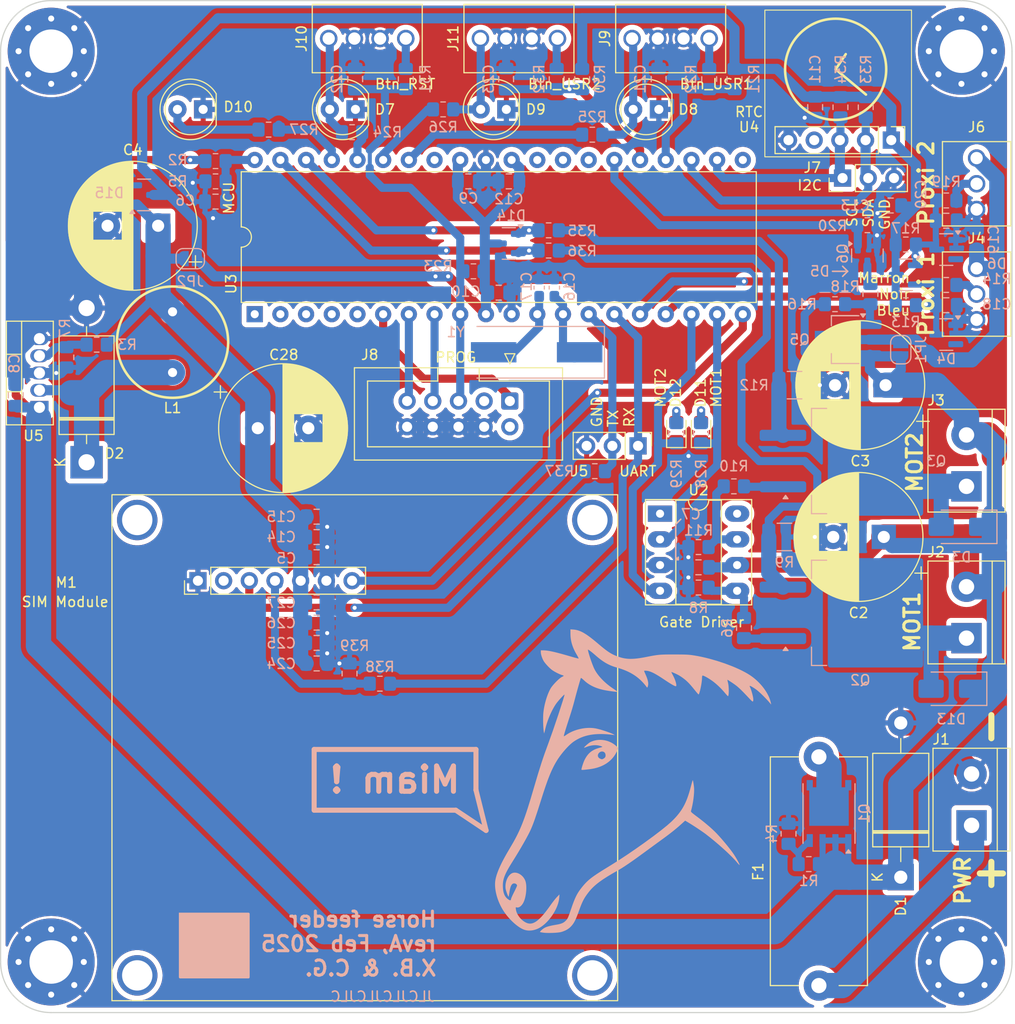
<source format=kicad_pcb>
(kicad_pcb (version 20240108) (generator "pcbnew") (generator_version "8.0")
  (layers (0 "F.Cu" signal) (31 "B.Cu" signal) (34 "B.Paste" user) (35 "F.Paste" user) (36 "B.SilkS" user "B.Silkscreen") (37 "F.SilkS" user "F.Silkscreen") (38 "B.Mask" user) (39 "F.Mask" user) (44 "Edge.Cuts" user))
  (net 0 "")
  (net 1 "+12V")
  (net 2 "GND")
  (net 3 "+5V")
  (net 4 "/Batt_mon")
  (net 5 "+5VP")
  (net 6 "/XTAL1")
  (net 7 "/XTAL2")
  (net 8 "/Proxi1")
  (net 9 "+12P")
  (net 10 "/Proxi2")
  (net 11 "/Btn_USR1")
  (net 12 "/RST")
  (net 13 "/Btn_USR2")
  (net 14 "/Mot1_D")
  (net 15 "/Mot2_D")
  (net 18 "/LED_R_fp")
  (net 19 "/LED_Y_fp")
  (net 20 "/LED_G_fp")
  (net 21 "/LED_B_fp")
  (net 22 "Net-(J1-Pin_1)")
  (net 23 "/Vin")
  (net 24 "Net-(J4-Pin_2)")
  (net 25 "/SIM_TX")
  (net 26 "/SIM_RX")
  (net 27 "Net-(J6-Pin_2)")
  (net 28 "/RTC_SCL")
  (net 29 "/RTC_SDA")
  (net 30 "/SCK")
  (net 31 "/MOSI")
  (net 33 "/MISO")
  (net 34 "Net-(Q1-G)")
  (net 35 "/Mot2_I")
  (net 36 "/Mot2_G")
  (net 37 "/Mot1_I")
  (net 38 "/Mot1_G")
  (net 39 "Net-(Q5-G)")
  (net 40 "Net-(Q6-D)")
  (net 41 "/Proxi_PWR")
  (net 42 "Net-(U2-OUT_A)")
  (net 43 "Net-(U2-OUT_B)")
  (net 44 "/LED_R")
  (net 45 "/LED_Y")
  (net 46 "/LED_G")
  (net 47 "/LED_B")
  (net 48 "/Mot1_PWM")
  (net 49 "/Mot2_PWM")
  (net 59 "/5V_sw")
  (net 60 "/5V_fb")
  (net 62 "Net-(J9-Pin_1)")
  (net 63 "Net-(J10-Pin_1)")
  (net 64 "Net-(J11-Pin_1)")
  (net 65 "/Mot1_Ip")
  (net 66 "/Mot2_Ip")
  (net 67 "/SIM_RXl")
  (net 69 "/SIM_BOOT")
  (net 70 "/SIM_TXl")
  (net 71 "Net-(D11-A)")
  (net 72 "Net-(D12-A)")
  (footprint "Capacitor_THT:CP_Radial_D12.5mm_P5.00mm" (layer "F.Cu") (at 192.323959 93 180)
    (property "Reference" "C2")
    (property "Value" "470u")
  )
  (footprint "Connector_PinHeader_2.54mm:PinHeader_1x03_P2.54mm_Vertical" (layer "F.Cu") (at 188.2475 57.5375 90)
    (property "Reference" "J7")
    (property "Value" "I2C")
  )
  (footprint "footprints:282834-4" (layer "F.Cu") (at 175.06 43.749999 180)
    (property "Reference" "J9")
    (property "Value" "Btn_USR1")
  )
  (footprint "footprints:M590E" (layer "F.Cu") (at 116.01 88.825 90)
    (property "Reference" "M1")
    (property "Value" "M590E")
  )
  (footprint "MountingHole:MountingHole_4.3mm_M4_Pad_Via" (layer "F.Cu") (at 200 45)
    (property "Reference" "H4" (hide yes))
    (property "Value" "M4")
  )
  (footprint "LED_THT:LED_D5.0mm" (layer "F.Cu") (at 170.085 50.749999 180)
    (property "Reference" "D8")
    (property "Value" "LED_Y")
  )
  (footprint "footprints:TerminalBlock_bornier-2_P5.08mm" (layer "F.Cu") (at 200.5 88 90)
    (property "Reference" "J3")
    (property "Value" "Moteur 1")
  )
  (footprint "footprints:TerminalBlock_bornier-2_P5.08mm" (layer "F.Cu") (at 200.5 103 90)
    (property "Reference" "J2")
    (property "Value" "Moteur 2")
  )
  (footprint "LED_THT:LED_D5.0mm" (layer "F.Cu") (at 155.005 50.749999 180)
    (property "Reference" "D9")
    (property "Value" "LED_G")
  )
  (footprint "Fuse:Fuseholder_Cylinder-5x20mm_Stelvio-Kontek_PTF78_Horizontal_Open" (layer "F.Cu") (at 185.905 137.33 90)
    (property "Reference" "F1")
    (property "Value" "Fuse")
  )
  (footprint "LED_SMD:LED_0805_2012Metric" (layer "F.Cu") (at 171.81 82.480476 90)
    (property "Reference" "D12")
    (property "Value" "LED_M2")
  )
  (footprint "footprints:282834-3" (layer "F.Cu") (at 201.5 60.6404 90)
    (property "Reference" "J6")
    (property "Value" "Proxi 2")
  )
  (footprint "Diode_THT:D_DO-201AD_P15.24mm_Horizontal" (layer "F.Cu") (at 113.5 85.62 90)
    (property "Reference" "D2")
    (property "Value" "MBR340")
  )
  (footprint "Capacitor_THT:CP_Radial_D12.5mm_P5.00mm" (layer "F.Cu") (at 192.5 78 180)
    (property "Reference" "C3")
    (property "Value" "470u")
  )
  (footprint "Package_DIP:DIP-8_W7.62mm_Socket_LongPads" (layer "F.Cu") (at 170.2 90.7)
    (property "Reference" "U2")
    (property "Value" "MIC4427")
  )
  (footprint "Diode_THT:D_DO-201AE_P15.24mm_Horizontal" (layer "F.Cu") (at 194 126.62 90)
    (property "Reference" "D1")
    (property "Value" "1.5KExxA")
  )
  (footprint "Connector_IDC:IDC-Header_2x05_P2.54mm_Vertical" (layer "F.Cu") (at 155.35 79.5725 -90)
    (property "Reference" "J8")
    (property "Value" "PROG")
  )
  (footprint "LED_THT:LED_D5.0mm" (layer "F.Cu") (at 125.025 50.75 180)
    (property "Reference" "D10")
    (property "Value" "LED_B")
  )
  (footprint "footprints:282834-4" (layer "F.Cu") (at 160.06 43.749999 180)
    (property "Reference" "J11")
    (property "Value" "Btn_USR2")
  )
  (footprint "LED_SMD:LED_0805_2012Metric" (layer "F.Cu") (at 174.26 82.480476 90)
    (property "Reference" "D11")
    (property "Value" "LED_M1")
  )
  (footprint "Package_TO_SOT_THT:TO-220-5_Vertical" (layer "F.Cu") (at 108.84 80.2 90)
    (property "Reference" "U5")
    (property "Value" "LM2576HVT-ADJ")
  )
  (footprint "footprints:282834-4" (layer "F.Cu") (at 145.06 43.749999 180)
    (property "Reference" "J10")
    (property "Value" "Btn_RST")
  )
  (footprint "footprints:RFB1010" (layer "F.Cu") (at 122 73.75 90)
    (property "Reference" "L1")
    (property "Value" "RFB1010-101L")
  )
  (footprint "Package_DIP:DIP-40_W15.24mm" (layer "F.Cu") (at 130.125 70.9875 90)
    (property "Reference" "U3")
    (property "Value" "ATmega644PA-P")
  )
  (footprint "footprints:282834-3" (layer "F.Cu") (at 201.5 71.54 90)
    (property "Reference" "J4")
    (property "Value" "Proxi 1")
  )
  (footprint "footprints:TerminalBlock_bornier-2_P5.08mm" (layer "F.Cu") (at 201 121.5 90)
    (property "Reference" "J1")
    (property "Value" "PWR")
  )
  (footprint "Capacitor_THT:CP_Radial_D12.5mm_P5.00mm" (layer "F.Cu") (at 130.426041 82.25)
    (property "Reference" "C28")
    (property "Value" "470u")
  )
  (footprint "MountingHole:MountingHole_4.3mm_M4_Pad_Via" (layer "F.Cu") (at 110 45)
    (property "Reference" "H1" (hide yes))
    (property "Value" "M4")
  )
  (footprint "LED_THT:LED_D5.0mm" (layer "F.Cu") (at 140.085 50.749999 180)
    (property "Reference" "D7")
    (property "Value" "LED_R")
  )
  (footprint "footprints:DS3231_RTC_module" (layer "F.Cu") (at 193.0625 53.7875 -90)
    (property "Reference" "U4")
    (property "Value" "RTC")
  )
  (footprint "Connector_PinHeader_2.54mm:PinHeader_1x03_P2.54mm_Vertical" (layer "F.Cu") (at 168.025 84 -90)
    (property "Reference" "J5")
    (property "Value" "UART")
  )
  (footprint "Capacitor_THT:CP_Radial_D12.5mm_P5.00mm" (layer "F.Cu") (at 120.573959 62.25 180)
    (property "Reference" "C4")
    (property "Value" "470u")
  )
  (footprint "MountingHole:MountingHole_4.3mm_M4_Pad_Via" (layer "F.Cu") (at 200 135)
    (property "Reference" "H3" (hide yes))
    (property "Value" "M4")
  )
  (footprint "MountingHole:MountingHole_4.3mm_M4_Pad_Via" (layer "F.Cu") (at 110 135)
    (property "Reference" "H2" (hide yes))
    (property "Value" "M4")
  )
  (footprint "Package_TO_SOT_SMD:SOT-23" (layer "B.Cu") (at 198.5 73 180)
    (property "Reference" "D4")
    (property "Value" "BAT54W")
  )
  (footprint "Jumper:SolderJumper-2_P1.3mm_Open_RoundedPad1.0x1.5mm" (layer "B.Cu") (at 194 74.5 90)
    (property "Reference" "JP1")
    (property "Value" "Proxi_PWR")
  )
  (footprint "Resistor_SMD:R_0805_2012Metric_Pad1.20x1.40mm_HandSolder" (layer "B.Cu") (at 151.75 66.75 180)
    (property "Reference" "R23")
    (property "Value" "39k")
  )
  (footprint "Resistor_SMD:R_0805_2012Metric_Pad1.20x1.40mm_HandSolder" (layer "B.Cu") (at 163.75 86.5 180)
    (property "Reference" "R37")
    (property "Value" "470")
  )
  (footprint "Capacitor_SMD:C_0805_2012Metric_Pad1.18x1.45mm_HandSolder" (layer "B.Cu") (at 154.25 68.8625)
    (property "Reference" "C10")
    (property "Value" "100n")
  )
  (footprint "Resistor_SMD:R_0805_2012Metric_Pad1.20x1.40mm_HandSolder" (layer "B.Cu") (at 174.25 82.75 90)
    (property "Reference" "R28")
    (property "Value" "470")
  )
  (footprint "Package_TO_SOT_SMD:TO-263-2" (layer "B.Cu") (at 190 100.5)
    (property "Reference" "Q2")
    (property "Value" "BUK766R060E")
  )
  (footprint "Capacitor_SMD:C_0805_2012Metric_Pad1.18x1.45mm_HandSolder" (layer "B.Cu") (at 198.5 70.1004)
    (property "Reference" "C18")
    (property "Value" "100n")
  )
  (footprint "Jumper:SolderJumper-2_P1.3mm_Open_RoundedPad1.0x1.5mm" (layer "B.Cu") (at 123.75 65.5 180)
    (property "Reference" "JP2")
    (property "Value" "MCU_PWR")
  )
  (footprint "Resistor_SMD:R_0805_2012Metric_Pad1.20x1.40mm_HandSolder" (layer "B.Cu") (at 194.5 64.1004)
    (property "Reference" "R17")
    (property "Value" "39k")
  )
  (footprint "Capacitor_SMD:C_0805_2012Metric_Pad1.18x1.45mm_HandSolder" (layer "B.Cu") (at 136.25 99.47)
    (property "Reference" "C27")
    (property "Value" "10u")
  )
  (footprint "Capacitor_SMD:C_0805_2012Metric_Pad1.18x1.45mm_HandSolder" (layer "B.Cu") (at 136.25 91)
    (property "Reference" "C15")
    (property "Value" "10u")
  )
  (footprint "Package_TO_SOT_SMD:SOT-23" (layer "B.Cu") (at 190.7 65.19375 -90)
    (property "Reference" "Q6")
    (property "Value" "2N7002")
  )
  (footprint "Resistor_SMD:R_0805_2012Metric_Pad1.20x1.40mm_HandSolder" (layer "B.Cu") (at 159.1875 64.7)
    (property "Reference" "R36")
    (property "Value" "470")
  )
  (footprint "Resistor_SMD:R_0805_2012Metric_Pad1.20x1.40mm_HandSolder" (layer "B.Cu") (at 194.5 70.1004)
    (property "Reference" "R13")
    (property "Value" "39k")
  )
  (footprint "Capacitor_SMD:C_0805_2012Metric_Pad1.18x1.45mm_HandSolder" (layer "B.Cu") (at 201.5 63.6004 90)
    (property "Reference" "C19")
    (property "Value" "100n")
  )
  (footprint "Resistor_SMD:R_0805_2012Metric_Pad1.20x1.40mm_HandSolder" (layer "B.Cu") (at 139.75 53 180)
    (property "Reference" "R24")
    (property "Value" "470")
  )
  (footprint "Package_TO_SOT_SMD:SOT-89-3_Handsoldering" (layer "B.Cu") (at 188.5 73.5 180)
    (property "Reference" "Q5")
    (property "Value" "VP3203")
  )
  (footprint "Package_TO_SOT_SMD:SOT-23" (layer "B.Cu") (at 119.1875 59.2)
    (property "Reference" "D15")
    (property "Value" "BAT54W")
  )
  (footprint "Capacitor_SMD:C_0805_2012Metric_Pad1.18x1.45mm_HandSolder" (layer "B.Cu") (at 155.25 57.8625 180)
    (property "Reference" "C12")
    (property "Value" "100n")
  )
  (footprint "Resistor_SMD:R_0805_2012Metric_Pad1.20x1.40mm_HandSolder" (layer "B.Cu") (at 178.5 102 -90)
    (property "Reference" "R6")
    (property "Value" "22")
  )
  (footprint "Package_TO_SOT_SMD:SOT-23" (layer "B.Cu") (at 194.5 67.1004 180)
    (property "Reference" "D5")
    (property "Value" "BAT54C")
  )
  (footprint "Package_TO_SOT_SMD:TO-263-2" (layer "B.Cu") (at 190 85.5)
    (property "Reference" "Q3")
    (property "Value" "BUK766R060E")
  )
  (footprint "Capacitor_SMD:C_0805_2012Metric_Pad1.18x1.45mm_HandSolder" (layer "B.Cu") (at 193 60.25 180)
    (property "Reference" "C13")
    (property "Value" "100n")
  )
  (footprint "Resistor_SMD:R_0805_2012Metric_Pad1.20x1.40mm_HandSolder" (layer "B.Cu") (at 111.5 75.25 90)
    (property "Reference" "R7")
    (property "Value" "1k96")
  )
  (footprint "Resistor_SMD:R_0805_2012Metric_Pad1.20x1.40mm_HandSolder" (layer "B.Cu") (at 184.905 125.33)
    (property "Reference" "R1")
    (property "Value" "39k")
  )
  (footprint "Capacitor_SMD:C_0805_2012Metric_Pad1.18x1.45mm_HandSolder" (layer "B.Cu") (at 198.5 61.75)
    (property "Reference" "C20")
    (property "Value" "100n")
  )
  (footprint "Resistor_SMD:R_0805_2012Metric_Pad1.20x1.40mm_HandSolder" (layer "B.Cu") (at 162.5 47.75 -90)
    (property "Reference" "R30")
    (property "Value" "39k")
  )
  (footprint "Package_TO_SOT_SMD:SOT-23" (layer "B.Cu") (at 198.5 64.6004 180)
    (property "Reference" "D6")
    (property "Value" "BAT54W")
  )
  (footprint "Resistor_SMD:R_0805_2012Metric_Pad1.20x1.40mm_HandSolder" (layer "B.Cu") (at 190.5375 50.5375 -90)
    (property "Reference" "R33")
    (property "Value" "1k96")
  )
  (footprint "Crystal:Crystal_SMD_HC49-SD" (layer "B.Cu") (at 158 74.75 180)
    (property "Reference" "Y1")
    (property "Value" "16MHz")
  )
  (footprint "Diode_SMD:D_SMA" (layer "B.Cu") (at 200 92 180)
    (property "Reference" "D3")
    (property "Value" "SS14")
  )
  (footprint "Capacitor_SMD:C_0805_2012Metric_Pad1.18x1.45mm_HandSolder" (layer "B.Cu") (at 154.98 47.749999 90)
    (property "Reference" "C23")
    (property "Value" "100n")
  )
  (footprint "Capacitor_SMD:C_0805_2012Metric_Pad1.18x1.45mm_HandSolder" (layer "B.Cu") (at 174 96 180)
    (property "Reference" "C7")
    (property "Value" "100n")
  )
  (footprint "Resistor_SMD:R_0805_2012Metric_Pad1.20x1.40mm_HandSolder" (layer "B.Cu") (at 198.5 59.75 180)
    (property "Reference" "R19")
    (property "Value" "470")
  )
  (footprint "Capacitor_SMD:C_0805_2012Metric_Pad1.18x1.45mm_HandSolder" (layer "B.Cu") (at 126.25 59.8625 180)
    (property "Reference" "C6")
    (property "Value" "100n")
  )
  (footprint "Diode_SMD:D_SMA" (layer "B.Cu") (at 199 108 180)
    (property "Reference" "D13")
    (property "Value" "SS14")
  )
  (footprint "Resistor_SMD:R_0805_2012Metric_Pad1.20x1.40mm_HandSolder" (layer "B.Cu") (at 188.0375 50.5375 -90)
    (property "Reference" "R34")
    (property "Value" "1k96")
  )
  (footprint "Package_SO:PowerPAK_SO-8_Single" (layer "B.Cu") (at 186.905 120.33 90)
    (property "Reference" "Q1")
    (property "Value" "Si7155DP")
  )
  (footprint "Resistor_SMD:R_0805_2012Metric_Pad1.20x1.40mm_HandSolder" (layer "B.Cu") (at 191 69 -90)
    (property "Reference" "R18")
    (property "Value" "39k")
  )
  (footprint "Capacitor_SMD:C_0603_1608Metric_Pad1.08x0.95mm_HandSolder" (layer "B.Cu") (at 158.25 68.3625 90)
    (property "Reference" "C17")
    (property "Value" "22p")
  )
  (footprint "Resistor_SMD:R_0805_2012Metric_Pad1.20x1.40mm_HandSolder" (layer "B.Cu") (at 187.5 70)
    (property "Reference" "R16")
    (property "Value" "39k")
  )
  (footprint "Resistor_SMD:R_0805_2012Metric_Pad1.20x1.40mm_HandSolder" (layer "B.Cu") (at 182.905 122.33 -90)
    (property "Reference" "R4")
    (property "Value" "39k")
  )
  (footprint "Resistor_SMD:R_0805_2012Metric_Pad1.20x1.40mm_HandSolder" (layer "B.Cu") (at 139.5 106.5 -90)
    (property "Reference" "R39")
    (property "Value" "1k96")
  )
  (footprint "Resistor_SMD:R_0805_2012Metric_Pad1.20x1.40mm_HandSolder" (layer "B.Cu") (at 163.5 53.25)
    (property "Reference" "R25")
    (property "Value" "470")
  )
  (footprint "Resistor_SMD:R_0805_2012Metric_Pad1.20x1.40mm_HandSolder" (layer "B.Cu") (at 190.7 62.19375)
    (property "Reference" "R20")
    (property "Value" "39k")
  )
  (footprint "Resistor_SMD:R_0805_2012Metric_Pad1.20x1.40mm_HandSolder" (layer "B.Cu") (at 198.5 68.1004 180)
    (property "Reference" "R14")
    (property "Value" "470")
  )
  (footprint "Capacitor_SMD:C_0805_2012Metric_Pad1.18x1.45mm_HandSolder" (layer "B.Cu") (at 136.25 95)
    (property "Reference" "C5")
    (property "Value" "100n")
  )
  (footprint "Capacitor_SMD:C_0805_2012Metric_Pad1.18x1.45mm_HandSolder" (layer "B.Cu") (at 136.25 93.01)
    (property "Reference" "C14")
    (property "Value" "10u")
  )
  (footprint "Capacitor_SMD:C_0805_2012Metric_Pad1.18x1.45mm_HandSolder" (layer "B.Cu") (at 140.06 47.749999 90)
    (property "Reference" "C22")
    (property "Value" "100n")
  )
  (footprint "Capacitor_SMD:C_0805_2012Metric_Pad1.18x1.45mm_HandSolder" (layer "B.Cu") (at 185.5375 50.5375 -90)
    (property "Reference" "C11")
    (property "Value" "100n")
  )
  (footprint "Resistor_SMD:R_0805_2012Metric_Pad1.20x1.40mm_HandSolder" (layer "B.Cu") (at 177.5 88)
    (property "Reference" "R10")
    (property "Value" "22")
  )
  (footprint "Resistor_SMD:R_0805_2012Metric_Pad1.20x1.40mm_HandSolder" (layer "B.Cu") (at 126.25 57.8625)
    (property "Reference" "R5")
    (property "Value" "10k")
  )
  (footprint "Resistor_SMD:R_1210_3225Metric_Pad1.30x2.65mm_HandSolder" (layer "B.Cu") (at 182.5 93)
    (property "Reference" "R9")
    (property "Value" "0R2")
  )
  (footprint "Capacitor_SMD:C_0805_2012Metric_Pad1.18x1.45mm_HandSolder" (layer "B.Cu") (at 136.25 101.47)
    (property "Reference" "C26")
    (property "Value" "10u")
  )
  (footprint "Capacitor_SMD:C_0805_2012Metric_Pad1.18x1.45mm_HandSolder" (layer "B.Cu") (at 106.5 79 90)
    (property "Reference" "C8")
    (property "Value" "100n")
  )
  (footprint "Resistor_SMD:R_0805_2012Metric_Pad1.20x1.40mm_HandSolder" (layer "B.Cu") (at 159.98 47.749999 -90)
    (property "Reference" "R32")
    (property "Value" "470")
  )
  (footprint "Package_TO_SOT_SMD:SOT-23" (layer "B.Cu") (at 155.25 64 180)
    (property "Reference" "D14")
    (property "Value" "BAT54C")
  )
  (footprint "Resistor_SMD:R_1210_3225Metric_Pad1.30x2.65mm_HandSolder" (layer "B.Cu") (at 183.5 78)
    (property "Reference" "R12")
    (property "Value" "0R2")
  )
  (footprint "Resistor_SMD:R_0805_2012Metric_Pad1.20x1.40mm_HandSolder" (layer "B.Cu") (at 142.5 107.5 180)
    (property "Reference" "R38")
    (property "Value" "1k96")
  )
  (footprint "Capacitor_SMD:C_0805_2012Metric_Pad1.18x1.45mm_HandSolder" (layer "B.Cu") (at 136.25 103.47)
    (property "Reference" "C25")
    (property "Value" "10u")
  )
  (footprint "Resistor_SMD:R_0805_2012Metric_Pad1.20x1.40mm_HandSolder" (layer "B.Cu") (at 174 98 180)
    (property "Reference" "R8")
    (property "Value" "39k")
  )
  (footprint "Resistor_SMD:R_0805_2012Metric_Pad1.20x1.40mm_HandSolder" (layer "B.Cu") (at 177.56 47.749999 -90)
    (property "Reference" "R21")
    (property "Value" "39k")
  )
  (footprint "Capacitor_SMD:C_0805_2012Metric_Pad1.18x1.45mm_HandSolder" (layer "B.Cu") (at 151.25 57.8625)
    (property "Reference" "C9")
    (property "Value" "100n")
  )
  (footprint "Capacitor_SMD:C_0805_2012Metric_Pad1.18x1.45mm_HandSolder" (layer "B.Cu") (at 170.06 47.749999 90)
    (property "Reference" "C21")
    (property "Value" "100n")
  )
  (footprint "Resistor_SMD:R_0805_2012Metric_Pad1.20x1.40mm_HandSolder" (layer "B.Cu") (at 174 94 180)
    (property "Reference" "R11")
    (property "Value" "39k")
  )
  (footprint "Resistor_SMD:R_0805_2012Metric_Pad1.20x1.40mm_HandSolder" (layer "B.Cu") (at 159.1875 62.7)
    (property "Reference" "R35")
    (property "Value" "470")
  )
  (footprint "Resistor_SMD:R_0805_2012Metric_Pad1.20x1.40mm_HandSolder" (layer "B.Cu") (at 171.81 82.75 90)
    (property "Reference" "R29")
    (property "Value" "470")
  )
  (footprint "Resistor_SMD:R_0805_2012Metric_Pad1.20x1.40mm_HandSolder" (layer "B.Cu") (at 131.5 52.75 180)
    (property "Reference" "R27")
    (property "Value" "470")
  )
  (footprint "Resistor_SMD:R_0805_2012Metric_Pad1.20x1.40mm_HandSolder" (layer "B.Cu") (at 148.75 50.75)
    (property "Reference" "R26")
    (property "Value" "470")
  )
  (footprint "Resistor_SMD:R_0805_2012Metric_Pad1.20x1.40mm_HandSolder" (layer "B.Cu") (at 114.5 74)
    (property "Reference" "R3")
    (property "Value" "4.7k")
  )
  (footprint "Capacitor_SMD:C_0805_2012Metric_Pad1.18x1.45mm_HandSolder" (layer "B.Cu") (at 136.25 105.5)
    (property "Reference" "C24")
    (property "Value" "10u")
  )
  (footprint "Resistor_SMD:R_0805_2012Metric_Pad1.20x1.40mm_HandSolder" (layer "B.Cu") (at 126.25 55.8625 180)
    (property "Reference" "R2")
    (property "Value" "39k")
  )
  (footprint "Resistor_SMD:R_0805_2012Metric_Pad1.20x1.40mm_HandSolder" (layer "B.Cu") (at 175.06 47.749999 -90)
    (property "Reference" "R22")
    (property "Value" "470")
  )
  (footprint "Resistor_SMD:R_0805_2012Metric_Pad1.20x1.40mm_HandSolder" (layer "B.Cu") (at 145.06 47.749999 -90)
    (property "Reference" "R31")
    (property "Value" "470")
  )
  (footprint "Capacitor_SMD:C_0603_1608Metric_Pad1.08x0.95mm_HandSolder" (layer "B.Cu") (at 159.75 68.3625 90)
    (property "Reference" "C16")
    (property "Value" "22p")
  )
  (gr_line (start 150 120) (end 153 122) (stroke (width 0.5)) (layer "B.SilkS"))
  (gr_poly (pts (xy 161.573607 102.144772) (xy 161.704785 102.155455) (xy 161.834066 102.173488) (xy 161.962612 102.199523) (xy 162.091581 102.234212) (xy 162.222135 102.278207) (xy 162.355434 102.332161) (xy 162.492636 102.396727) (xy 162.634903 102.472556) (xy 162.783395 102.560301) (xy 162.939272 102.660615) (xy 163.103693 102.774149) (xy 163.277819 102.901557) (xy 163.46281 103.04349) (xy 163.659825 103.200601) (xy 163.870027 103.373542) (xy 164.094573 103.562966) (xy 164.428154 103.842938) (xy 164.718592 104.075653) (xy 164.851039 104.176426) (xy 164.976788 104.26795) (xy 165.097203 104.351081) (xy 165.213646 104.426673) (xy 165.327479 104.495582) (xy 165.440067 104.558662) (xy 165.552771 104.616769) (xy 165.666954 104.670759) (xy 165.783979 104.721485) (xy 165.90521 104.769804) (xy 166.032009 104.816571) (xy 166.165738 104.862641) (xy 166.305051 104.906437) (xy 166.443846 104.944306) (xy 166.583112 104.976243) (xy 166.723839 105.002242) (xy 166.867016 105.0223) (xy 167.013632 105.036411) (xy 167.164677 105.04457) (xy 167.32114 105.046772) (xy 167.484011 105.043013) (xy 167.654279 105.033288) (xy 167.832934 105.017591) (xy 168.020964 104.995919) (xy 168.21936 104.968265) (xy 168.429111 104.934625) (xy 168.651207 104.894995) (xy 168.886635 104.849369) (xy 169.265233 104.774882) (xy 169.581816 104.717653) (xy 169.862023 104.675448) (xy 169.996496 104.659281) (xy 170.13149 104.646031) (xy 170.270209 104.63542) (xy 170.415857 104.627168) (xy 170.740762 104.616622) (xy 171.131842 104.612158) (xy 171.614735 104.611542) (xy 172.340477 104.61552) (xy 172.608342 104.620752) (xy 172.831621 104.629076) (xy 173.02438 104.64119) (xy 173.20068 104.65779) (xy 173.374586 104.679574) (xy 173.560162 104.707241) (xy 173.926999 104.770405) (xy 174.302458 104.845496) (xy 174.684121 104.93166) (xy 175.069571 105.028041) (xy 175.842162 105.248034) (xy 176.60089 105.498637) (xy 177.326417 105.773009) (xy 177.670686 105.91697) (xy 177.999403 106.064309) (xy 178.310149 106.214169) (xy 178.600508 106.365697) (xy 178.868062 106.518037) (xy 179.110394 106.670334) (xy 179.30206 106.804088) (xy 179.488276 106.946924) (xy 179.668395 107.09798) (xy 179.841774 107.256392) (xy 180.007769 107.421298) (xy 180.165734 107.591835) (xy 180.315024 107.767139) (xy 180.454996 107.946347) (xy 180.585005 108.128597) (xy 180.704405 108.313025) (xy 180.812553 108.498769) (xy 180.908804 108.684965) (xy 180.992513 108.870751) (xy 181.063035 109.055263) (xy 181.119727 109.237639) (xy 181.161942 109.417015) (xy 181.191212 109.566567) (xy 181.029984 109.374295) (xy 180.900486 109.224946) (xy 180.752362 109.06273) (xy 180.591889 108.893914) (xy 180.425347 108.724765) (xy 180.259012 108.561552) (xy 180.099162 108.410543) (xy 179.952075 108.278004) (xy 179.824029 108.170204) (xy 179.7655 108.124291) (xy 179.705155 108.078836) (xy 179.581833 107.990958) (xy 179.459686 107.909882) (xy 179.344338 107.838919) (xy 179.241415 107.781381) (xy 179.19637 107.75868) (xy 179.156539 107.740577) (xy 179.122628 107.727486) (xy 179.095337 107.71982) (xy 179.075371 107.717993) (xy 179.068354 107.719399) (xy 179.063431 107.72242) (xy 179.06248 107.723626) (xy 179.061713 107.725148) (xy 179.061126 107.726977) (xy 179.060717 107.729104) (xy 179.060483 107.731519) (xy 179.060421 107.734212) (xy 179.060802 107.740396) (xy 179.061834 107.747579) (xy 179.063495 107.755687) (xy 179.065761 107.764642) (xy 179.068608 107.774369) (xy 179.072013 107.784791) (xy 179.075951 107.795833) (xy 179.080399 107.807418) (xy 179.085334 107.819471) (xy 179.090731 107.831915) (xy 179.096567 107.844674) (xy 179.102817 107.857673) (xy 179.10946 107.870835) (xy 179.12724 107.9084) (xy 179.146695 107.955197) (xy 179.189319 108.071874) (xy 179.234708 108.211635) (xy 179.280238 108.36525) (xy 179.323288 108.523487) (xy 179.361234 108.677116) (xy 179.391452 108.816907) (xy 179.402844 108.878728) (xy 179.41132 108.933628) (xy 179.414461 108.958655) (xy 179.417039 108.983201) (xy 179.419057 109.007187) (xy 179.42052 109.030537) (xy 179.42143 109.053172) (xy 179.421793 109.075014) (xy 179.421612 109.095987) (xy 179.42089 109.11601) (xy 179.419632 109.135008) (xy 179.417841 109.152902) (xy 179.415522 109.169614) (xy 179.412678 109.185067) (xy 179.409313 109.199182) (xy 179.405431 109.211881) (xy 179.401035 109.223088) (xy 179.39613 109.232723) (xy 179.392347 109.238812) (xy 179.388442 109.244221) (xy 179.384364 109.248912) (xy 179.382244 109.250975) (xy 179.380061 109.252842) (xy 179.377808 109.254509) (xy 179.375479 109.255971) (xy 179.373067 109.257221) (xy 179.370566 109.258256) (xy 179.367969 109.25907) (xy 179.365269 109.259658) (xy 179.362461 109.260015) (xy 179.359537 109.260135) (xy 179.35649 109.260014) (xy 179.353315 109.259645) (xy 179.350005 109.259025) (xy 179.346553 109.258148) (xy 179.342953 109.257009) (xy 179.339197 109.255603) (xy 179.33528 109.253924) (xy 179.331195 109.251968) (xy 179.322494 109.247201) (xy 179.313042 109.241263) (xy 179.302786 109.234111) (xy 179.291673 109.225705) (xy 179.279652 109.216004) (xy 179.266669 109.204966) (xy 179.252672 109.192549) (xy 179.237609 109.178714) (xy 179.221426 109.163419) (xy 179.204072 109.146622) (xy 179.185494 109.128282) (xy 179.165638 109.108359) (xy 179.121888 109.063597) (xy 179.0724 109.012006) (xy 179.016754 108.953257) (xy 178.954529 108.88702) (xy 178.668784 108.584054) (xy 178.426908 108.332952) (xy 178.219601 108.125169) (xy 178.037561 107.952161) (xy 177.871486 107.805382) (xy 177.791528 107.739158) (xy 177.712073 107.676287) (xy 177.550022 107.556331) (xy 177.376031 107.43697) (xy 177.183582 107.309896) (xy 177.022868 107.205835) (xy 176.910694 107.135523) (xy 176.878061 107.116379) (xy 176.863866 107.109699) (xy 176.862903 107.110077) (xy 176.862148 107.111196) (xy 176.861596 107.113038) (xy 176.861244 107.115586) (xy 176.861126 107.122723) (xy 176.861765 107.132457) (xy 176.863134 107.144643) (xy 176.865206 107.159131) (xy 176.867951 107.175773) (xy 176.871343 107.194422) (xy 176.879954 107.23715) (xy 176.890815 107.286131) (xy 176.903703 107.340183) (xy 176.918397 107.398121) (xy 176.937093 107.480459) (xy 176.953219 107.57282) (xy 176.966783 107.673089) (xy 176.977793 107.77915) (xy 176.992179 108.000182) (xy 176.996441 108.218987) (xy 176.994794 108.322265) (xy 176.99064 108.418638) (xy 176.983987 108.505989) (xy 176.974841 108.582204) (xy 176.963211 108.645166) (xy 176.949105 108.692759) (xy 176.941126 108.71013) (xy 176.93253 108.722866) (xy 176.92332 108.730701) (xy 176.913495 108.733372) (xy 176.911538 108.732967) (xy 176.908939 108.731765) (xy 176.901888 108.727049) (xy 176.89249 108.719384) (xy 176.880894 108.708929) (xy 176.867248 108.695841) (xy 176.8517 108.68028) (xy 176.834399 108.662405) (xy 176.815493 108.642375) (xy 176.773461 108.596483) (xy 176.726789 108.543876) (xy 176.676667 108.485823) (xy 176.62428 108.423596) (xy 176.475256 108.249802) (xy 176.320736 108.080042) (xy 176.162003 107.915533) (xy 176.00034 107.757494) (xy 175.83703 107.607142) (xy 175.673355 107.465694) (xy 175.591782 107.39869) (xy 175.510599 107.334368) (xy 175.429967 107.272882) (xy 175.350045 107.214382) (xy 175.191115 107.104422) (xy 175.032699 107.001942) (xy 174.880141 106.909791) (xy 174.738784 106.830818) (xy 174.613974 106.767873) (xy 174.559443 106.743302) (xy 174.511054 106.723806) (xy 174.469473 106.709742) (xy 174.435368 106.701465) (xy 174.409409 106.699333) (xy 174.399692 106.700682) (xy 174.392262 106.703701) (xy 174.390069 106.705346) (xy 174.387902 106.707544) (xy 174.385765 106.71028) (xy 174.383661 106.713538) (xy 174.381591 106.717303) (xy 174.379559 106.721557) (xy 174.375621 106.731472) (xy 174.371868 106.743157) (xy 174.368323 106.756483) (xy 174.365007 106.771324) (xy 174.361943 106.787552) (xy 174.359154 106.805038) (xy 174.356661 106.823657) (xy 174.354488 106.84328) (xy 174.352655 106.86378) (xy 174.351186 106.88503) (xy 174.350103 106.906901) (xy 174.349428 106.929267) (xy 174.349183 106.952) (xy 174.346342 107.045323) (xy 174.338327 107.15228) (xy 174.309084 107.396243) (xy 174.266075 107.662194) (xy 174.213919 107.928439) (xy 174.157237 108.173284) (xy 174.100651 108.375033) (xy 174.073837 108.452967) (xy 174.04878 108.511992) (xy 174.026057 108.549395) (xy 174.015751 108.559142) (xy 174.006245 108.562466) (xy 174.004169 108.561921) (xy 174.001258 108.560305) (xy 173.993024 108.553963) (xy 173.981731 108.543655) (xy 173.967566 108.529594) (xy 173.950715 108.511993) (xy 173.931367 108.491066) (xy 173.885925 108.44009) (xy 173.832737 108.378373) (xy 173.773301 108.307624) (xy 173.709113 108.229553) (xy 173.641671 108.145867) (xy 173.430192 107.885276) (xy 173.24058 107.662285) (xy 173.151779 107.562791) (xy 173.06581 107.470179) (xy 172.981796 107.383609) (xy 172.898857 107.302242) (xy 172.816116 107.225238) (xy 172.732694 107.151757) (xy 172.647714 107.080962) (xy 172.560296 107.012011) (xy 172.469564 106.944066) (xy 172.374638 106.876287) (xy 172.274641 106.807835) (xy 172.168694 106.73787) (xy 172.120119 106.707716) (xy 172.064102 106.675376) (xy 171.935579 106.606743) (xy 171.7948 106.537176) (xy 171.653439 106.47188) (xy 171.52317 106.416061) (xy 171.415667 106.374923) (xy 171.374101 106.361486) (xy 171.342604 106.353672) (xy 171.322636 106.352131) (xy 171.317431 106.353916) (xy 171.315655 106.357514) (xy 171.316639 106.361032) (xy 171.319525 106.368085) (xy 171.330613 106.392032) (xy 171.348142 106.427826) (xy 171.371332 106.473939) (xy 171.431583 106.59101) (xy 171.505135 106.731018) (xy 171.549351 106.81778) (xy 171.590961 106.906038) (xy 171.629718 106.994814) (xy 171.665375 107.083129) (xy 171.697686 107.170005) (xy 171.726406 107.254461) (xy 171.751286 107.33552) (xy 171.772082 107.412202) (xy 171.788546 107.483528) (xy 171.800433 107.548521) (xy 171.807495 107.6062) (xy 171.809487 107.655587) (xy 171.806161 107.695703) (xy 171.802428 107.711979) (xy 171.797272 107.72557) (xy 171.790665 107.736353) (xy 171.782574 107.744207) (xy 171.772969 107.749009) (xy 171.761819 107.750637) (xy 171.75 107.75) (xy 171.736649 107.748083) (xy 171.705311 107.740389) (xy 171.66772 107.727507) (xy 171.623793 107.709388) (xy 171.573445 107.685983) (xy 171.516591 107.657245) (xy 171.453149 107.623125) (xy 171.383033 107.583574) (xy 171.30616 107.538544) (xy 171.222445 107.487987) (xy 171.131804 107.431855) (xy 171.034153 107.370098) (xy 170.817485 107.229518) (xy 170.571767 107.065861) (xy 170.272278 106.868325) (xy 170.003445 106.69985) (xy 169.762575 106.559094) (xy 169.651785 106.498691) (xy 169.546975 106.444713) (xy 169.44781 106.396994) (xy 169.353953 106.355366) (xy 169.265068 106.31966) (xy 169.180816 106.289709) (xy 169.100863 106.265344) (xy 169.024871 106.246399) (xy 168.952504 106.232705) (xy 168.883425 106.224095) (xy 168.831269 106.220024) (xy 168.782611 106.217515) (xy 168.738517 106.216534) (xy 168.700051 106.217044) (xy 168.66828 106.21901) (xy 168.655238 106.220529) (xy 168.644268 106.222398) (xy 168.635504 106.224614) (xy 168.629079 106.227171) (xy 168.625127 106.230067) (xy 168.624119 106.23164) (xy 168.62378 106.233296) (xy 168.624546 106.238311) (xy 168.626793 106.246513) (xy 168.635427 106.271739) (xy 168.649077 106.307501) (xy 168.667137 106.352324) (xy 168.688999 106.404732) (xy 168.714059 106.463252) (xy 168.74171 106.526409) (xy 168.771346 106.592728) (xy 168.84018 106.752548) (xy 168.870796 106.829507) (xy 168.898848 106.904371) (xy 168.924309 106.977045) (xy 168.947158 107.047436) (xy 168.967369 107.115448) (xy 168.98492 107.180986) (xy 168.999784 107.243955) (xy 169.01194 107.30426) (xy 169.021363 107.361807) (xy 169.028029 107.416501) (xy 169.031914 107.468246) (xy 169.032994 107.516948) (xy 169.031246 107.562512) (xy 169.026644 107.604843) (xy 169.021505 107.6365) (xy 169.015665 107.667257) (xy 169.009218 107.69689) (xy 169.002259 107.725175) (xy 168.994881 107.751888) (xy 168.987177 107.776803) (xy 168.97924 107.799696) (xy 168.971166 107.820344) (xy 168.963046 107.83852) (xy 168.954975 107.854002) (xy 168.947046 107.866564) (xy 168.939353 107.875982) (xy 168.931989 107.882031) (xy 168.92846 107.883723) (xy 168.925048 107.884488) (xy 168.921766 107.884299) (xy 168.918624 107.883127) (xy 168.915635 107.880945) (xy 168.91281 107.877724) (xy 168.772107 107.692799) (xy 168.627312 107.517555) (xy 168.477908 107.351653) (xy 168.323378 107.194754) (xy 168.163208 107.046522) (xy 167.996882 106.906616) (xy 167.823882 106.774701) (xy 167.643694 106.650437) (xy 167.455801 106.533486) (xy 167.259687 106.423509) (xy 167.054836 106.32017) (xy 166.840732 106.223129) (xy 166.61686 106.132049) (xy 166.382703 106.046591) (xy 166.137745 105.966417) (xy 165.88147 105.89119) (xy 165.743256 105.85069) (xy 165.608431 105.806892) (xy 165.476533 105.759528) (xy 165.347096 105.708329) (xy 165.219655 105.653026) (xy 165.093747 105.593351) (xy 164.968906 105.529034) (xy 164.844667 105.459808) (xy 164.720567 105.385403) (xy 164.596141 105.305551) (xy 164.470924 105.219984) (xy 164.344451 105.128431) (xy 164.216258 105.030626) (xy 164.08588 104.926298) (xy 163.952853 104.81518) (xy 163.816712 104.697003) (xy 163.684501 104.582113) (xy 163.555888 104.473936) (xy 163.434826 104.375491) (xy 163.325272 104.289803) (xy 163.231182 104.219892) (xy 163.15651 104.168781) (xy 163.127692 104.15122) (xy 163.105212 104.139493) (xy 163.089565 104.133976) (xy 163.084458 104.133665) (xy 163.081244 104.135048) (xy 163.077017 104.144437) (xy 163.075599 104.160988) (xy 163.080681 104.213997) (xy 163.095459 104.290924) (xy 163.118906 104.38862) (xy 163.187684 104.633713) (xy 163.27878 104.924072) (xy 163.38396 105.23449) (xy 163.494988 105.539765) (xy 163.60363 105.81469) (xy 163.654483 105.932896) (xy 163.701651 106.034062) (xy 163.766795 106.158807) (xy 163.840128 106.284618) (xy 163.921344 106.411173) (xy 164.010138 106.538151) (xy 164.106203 106.665232) (xy 164.209233 106.792095) (xy 164.318922 106.918418) (xy 164.434965 107.043881) (xy 164.557056 107.168164) (xy 164.684888 107.290945) (xy 164.818156 107.411903) (xy 164.956553 107.530718) (xy 165.099775 107.647068) (xy 165.247514 107.760634) (xy 165.399465 107.871094) (xy 165.555321 107.978127) (xy 165.731428 108.097688) (xy 165.807538 108.150895) (xy 165.873274 108.197968) (xy 165.926828 108.237591) (xy 165.966391 108.26845) (xy 165.990154 108.289231) (xy 165.995545 108.295431) (xy 165.996519 108.297412) (xy 165.996308 108.298619) (xy 165.990451 108.301427) (xy 165.97958 108.303343) (xy 165.943825 108.304636) (xy 165.891097 108.302768) (xy 165.823449 108.298009) (xy 165.651603 108.280904) (xy 165.444712 108.255485) (xy 165.2192 108.223916) (xy 164.991491 108.188363) (xy 164.77801 108.150989) (xy 164.595181 108.113961) (xy 164.44643 108.078818) (xy 164.301896 108.040691) (xy 164.161537 107.999556) (xy 164.025309 107.955394) (xy 163.89317 107.908184) (xy 163.765077 107.857904) (xy 163.640988 107.804533) (xy 163.520858 107.748051) (xy 163.404647 107.688437) (xy 163.29231 107.625669) (xy 163.183805 107.559727) (xy 163.079089 107.49059) (xy 162.978119 107.418236) (xy 162.880853 107.342645) (xy 162.787247 107.263796) (xy 162.697259 107.181668) (xy 162.624954 107.114216) (xy 162.56128 107.05741) (xy 162.532716 107.033025) (xy 162.506352 107.011331) (xy 162.482203 106.992339) (xy 162.460283 106.97606) (xy 162.440606 106.962502) (xy 162.423186 106.951678) (xy 162.408038 106.943596) (xy 162.395175 106.938266) (xy 162.384612 106.9357) (xy 162.380198 106.935456) (xy 162.376363 106.935906) (xy 162.373111 106.937053) (xy 162.370442 106.938896) (xy 162.368359 106.941438) (xy 162.366864 106.944679) (xy 162.245359 107.34339) (xy 162.068862 107.959339) (xy 161.885392 108.621984) (xy 161.742964 109.160778) (xy 161.65102 109.503947) (xy 161.532073 109.917149) (xy 161.401491 110.348383) (xy 161.274644 110.745644) (xy 161.013449 111.548217) (xy 160.824191 112.154944) (xy 160.758651 112.377853) (xy 160.71363 112.543386) (xy 160.689974 112.648738) (xy 160.686421 112.67797) (xy 160.688527 112.691105) (xy 160.68993 112.692036) (xy 160.691859 112.692565) (xy 160.694299 112.692699) (xy 160.697235 112.692447) (xy 160.700652 112.691817) (xy 160.704536 112.690818) (xy 160.713643 112.687743) (xy 160.724437 112.683289) (xy 160.736799 112.677522) (xy 160.750611 112.670508) (xy 160.765754 112.662314) (xy 160.782108 112.653006) (xy 160.799555 112.642649) (xy 160.817976 112.63131) (xy 160.837252 112.619056) (xy 160.857264 112.605952) (xy 160.877894 112.592065) (xy 160.899022 112.577461) (xy 160.920529 112.562207) (xy 161.066472 112.464168) (xy 161.221761 112.372698) (xy 161.385358 112.288029) (xy 161.556224 112.210397) (xy 161.733319 112.140037) (xy 161.915605 112.077183) (xy 162.102041 112.022069) (xy 162.291589 111.974931) (xy 162.483211 111.936002) (xy 162.675866 111.905518) (xy 162.868515 111.883713) (xy 163.06012 111.870823) (xy 163.249641 111.86708) (xy 163.436039 111.872721) (xy 163.618275 111.887979) (xy 163.79531 111.91309) (xy 163.984465 111.952514) (xy 164.211567 112.010413) (xy 164.461902 112.082031) (xy 164.720759 112.162612) (xy 164.973426 112.247402) (xy 165.205191 112.331644) (xy 165.401341 112.410584) (xy 165.481464 112.446579) (xy 165.547166 112.479466) (xy 165.739443 112.582894) (xy 165.565261 112.560265) (xy 165.246465 112.523219) (xy 164.939327 112.496461) (xy 164.643444 112.480061) (xy 164.358412 112.474089) (xy 164.083828 112.478614) (xy 163.819288 112.493706) (xy 163.564389 112.519435) (xy 163.318726 112.55587) (xy 163.081897 112.603083) (xy 162.853499 112.661141) (xy 162.633126 112.730116) (xy 162.420376 112.810077) (xy 162.214846 112.901094) (xy 162.016132 113.003236) (xy 161.823829 113.116574) (xy 161.637536 113.241177) (xy 161.543584 113.311522) (xy 161.444759 113.392342) (xy 161.341861 113.482722) (xy 161.235693 113.581748) (xy 161.127055 113.688506) (xy 161.016749 113.802081) (xy 160.905577 113.921559) (xy 160.794339 114.046025) (xy 160.683837 114.174565) (xy 160.574873 114.306265) (xy 160.468248 114.44021) (xy 160.364764 114.575485) (xy 160.265221 114.711177) (xy 160.170421 114.846371) (xy 160.081166 114.980152) (xy 159.998257 115.111607) (xy 159.899704 115.27668) (xy 159.804199 115.444868) (xy 159.711111 115.617744) (xy 159.619807 115.79688) (xy 159.529656 115.983848) (xy 159.440028 116.18022) (xy 159.350289 116.387569) (xy 159.25981 116.607466) (xy 159.167957 116.841483) (xy 159.074101 117.091193) (xy 158.877849 117.64398) (xy 158.666003 118.278402) (xy 158.433509 119.007038) (xy 158.105116 120.038345) (xy 157.843603 120.818913) (xy 157.730648 121.136081) (xy 157.625678 121.415658) (xy 157.525781 121.666009) (xy 157.428046 121.895497) (xy 157.306115 122.154881) (xy 157.144122 122.471685) (xy 156.94719 122.836911) (xy 156.720441 123.241566) (xy 156.468995 123.676654) (xy 156.197976 124.133181) (xy 155.912506 124.602151) (xy 155.617705 125.07457) (xy 155.34439 125.517539) (xy 155.227838 125.715985) (xy 155.123946 125.90105) (xy 155.032157 126.074216) (xy 154.951915 126.236963) (xy 154.882662 126.390775) (xy 154.823842 126.537133) (xy 154.774896 126.677521) (xy 154.735269 126.813419) (xy 154.704404 126.94631) (xy 154.681743 127.077677) (xy 154.666728 127.209001) (xy 154.658805 127.341764) (xy 154.657414 127.47745) (xy 154.661999 127.617539) (xy 154.669158 127.725507) (xy 154.679224 127.828019) (xy 154.692282 127.925273) (xy 154.708417 128.017466) (xy 154.727715 128.104797) (xy 154.750262 128.187462) (xy 154.776143 128.265659) (xy 154.805444 128.339587) (xy 154.838249 128.409441) (xy 154.874644 128.475421) (xy 154.914715 128.537724) (xy 154.958547 128.596547) (xy 155.006225 128.652088) (xy 155.057836 128.704545) (xy 155.113463 128.754115) (xy 155.173194 128.800995) (xy 155.206245 128.82442) (xy 155.237567 128.844675) (xy 155.267102 128.861762) (xy 155.294796 128.875681) (xy 155.320593 128.886434) (xy 155.332763 128.890623) (xy 155.344438 128.894021) (xy 155.355611 128.896628) (xy 155.366275 128.898443) (xy 155.376424 128.899468) (xy 155.386049 128.899702) (xy 155.395145 128.899146) (xy 155.403705 128.897799) (xy 155.41172 128.895661) (xy 155.419186 128.892733) (xy 155.426094 128.889015) (xy 155.432437 128.884507) (xy 155.43821 128.879209) (xy 155.443404 128.873121) (xy 155.448013 128.866243) (xy 155.45203 128.858576) (xy 155.455448 128.850119) (xy 155.45826 128.840873) (xy 155.460459 128.830838) (xy 155.462039 128.820014) (xy 155.462992 128.8084) (xy 155.463311 128.795998) (xy 155.464863 128.782254) (xy 155.469416 128.76296) (xy 155.476816 128.73847) (xy 155.486912 128.709136) (xy 155.499548 128.675311) (xy 155.514572 128.637347) (xy 155.551171 128.550418) (xy 155.59548 128.45117) (xy 155.646273 128.342427) (xy 155.702324 128.22701) (xy 155.762406 128.107743) (xy 155.822488 127.989107) (xy 155.87854 127.875502) (xy 155.929335 127.769622) (xy 155.973645 127.674164) (xy 156.010244 127.591824) (xy 156.037906 127.525298) (xy 156.055402 127.477281) (xy 156.059955 127.461056) (xy 156.061507 127.45047) (xy 156.061104 127.440129) (xy 156.05991 127.429838) (xy 156.057949 127.419614) (xy 156.055247 127.409477) (xy 156.051826 127.399444) (xy 156.047712 127.389534) (xy 156.042928 127.379764) (xy 156.037498 127.370154) (xy 156.031447 127.360722) (xy 156.024799 127.351485) (xy 156.017578 127.342463) (xy 156.009807 127.333673) (xy 156.001512 127.325133) (xy 155.992717 127.316863) (xy 155.983445 127.308879) (xy 155.97372 127.301201) (xy 155.963568 127.293847) (xy 155.953012 127.286835) (xy 155.942076 127.280183) (xy 155.930785 127.273909) (xy 155.919162 127.268033) (xy 155.907231 127.262572) (xy 155.895018 127.257544) (xy 155.882546 127.252967) (xy 155.869839 127.248861) (xy 155.856921 127.245243) (xy 155.843817 127.242131) (xy 155.830551 127.239544) (xy 155.817147 127.237501) (xy 155.803629 127.236018) (xy 155.790021 127.235115) (xy 155.776347 127.23481) (xy 155.754429 127.235565) (xy 155.733078 127.237839) (xy 155.712287 127.241652) (xy 155.692044 127.247019) (xy 155.672341 127.253959) (xy 155.653169 127.262488) (xy 155.634517 127.272624) (xy 155.616378 127.284384) (xy 155.598741 127.297786) (xy 155.581597 127.312847) (xy 155.564937 127.329583) (xy 155.548751 127.348014) (xy 155.53303 127.368155) (xy 155.517765 127.390024) (xy 155.502947 127.413638) (xy 155.488566 127.439016) (xy 155.474612 127.466173) (xy 155.461077 127.495128) (xy 155.447951 127.525897) (xy 155.435224 127.558498) (xy 155.422889 127.592948) (xy 155.410934 127.629266) (xy 155.399351 127.667467) (xy 155.38813 127.707569) (xy 155.377262 127.74959) (xy 155.366738 127.793546) (xy 155.346684 127.887336) (xy 155.327893 127.989077) (xy 155.31029 128.098908) (xy 155.28397 128.269439) (xy 155.260546 128.410959) (xy 155.242569 128.508732) (xy 155.236421 128.536608) (xy 155.23259 128.54802) (xy 155.228001 128.550022) (xy 155.222314 128.548136) (xy 155.215607 128.542571) (xy 155.207957 128.533533) (xy 155.190136 128.50587) (xy 155.169466 128.466812) (xy 155.146563 128.418019) (xy 155.122044 128.361153) (xy 155.096525 128.297877) (xy 155.070621 128.229852) (xy 155.020125 128.086205) (xy 154.996765 128.013906) (xy 154.975485 127.943507) (xy 154.9569 127.876669) (xy 154.941628 127.815054) (xy 154.930284 127.760324) (xy 154.923484 127.714142) (xy 154.915419 127.593872) (xy 154.915981 127.472995) (xy 154.924769 127.352393) (xy 154.941381 127.232951) (xy 154.965417 127.115554) (xy 154.996475 127.001085) (xy 155.034153 126.890428) (xy 155.078052 126.784468) (xy 155.127769 126.684088) (xy 155.182903 126.590173) (xy 155.243053 126.503607) (xy 155.307818 126.425274) (xy 155.376796 126.356058) (xy 155.449588 126.296843) (xy 155.487287 126.271262) (xy 155.52579 126.248513) (xy 155.565045 126.228706) (xy 155.605002 126.211952) (xy 155.647304 126.197716) (xy 155.690448 126.18652) (xy 155.734332 126.178305) (xy 155.778857 126.173012) (xy 155.823921 126.17058) (xy 155.869425 126.17095) (xy 155.915268 126.174063) (xy 155.961349 126.179857) (xy 156.007567 126.188275) (xy 156.053823 126.199255) (xy 156.100015 126.212738) (xy 156.146043 126.228664) (xy 156.191806 126.246974) (xy 156.237205 126.267607) (xy 156.282138 126.290505) (xy 156.326505 126.315606) (xy 156.370205 126.342853) (xy 156.413138 126.372183) (xy 156.455203 126.403539) (xy 156.4963 126.43686) (xy 156.536328 126.472086) (xy 156.575186 126.509158) (xy 156.612775 126.548016) (xy 156.648993 126.5886) (xy 156.68374 126.63085) (xy 156.716916 126.674707) (xy 156.74842 126.720111) (xy 156.778151 126.767001) (xy 156.806008 126.815319) (xy 156.831892 126.865005) (xy 156.855702 126.915998) (xy 156.877337 126.968239) (xy 156.908095 127.061106) (xy 156.933136 127.165396) (xy 156.952558 127.279681) (xy 156.966457 127.402533) (xy 156.974931 127.532525) (xy 156.978075 127.66823) (xy 156.975988 127.80822) (xy 156.968765 127.951067) (xy 156.956504 128.095345) (xy 156.939302 128.239626) (xy 156.917255 128.382483) (xy 156.89046 128.522487) (xy 156.859014 128.658212) (xy 156.823014 128.78823) (xy 156.782557 128.911114) (xy 156.73774 129.025437) (xy 156.703647 129.099934) (xy 156.667144 129.170195) (xy 156.628455 129.236039) (xy 156.587802 129.297282) (xy 156.545408 129.353742) (xy 156.501496 129.405237) (xy 156.456289 129.451585) (xy 156.410009 129.492602) (xy 156.36288 129.528106) (xy 156.339066 129.543734) (xy 156.315123 129.557915) (xy 156.291079 129.570627) (xy 156.266962 129.581847) (xy 156.242799 129.591552) (xy 156.218619 129.599719) (xy 156.194449 129.606325) (xy 156.170317 129.611348) (xy 156.146251 129.614765) (xy 156.122279 129.616553) (xy 156.098429 129.616688) (xy 156.074728 129.61515) (xy 156.051204 129.611913) (xy 156.027886 129.606957) (xy 156.009261 129.602362) (xy 155.992978 129.598701) (xy 155.985679 129.597305) (xy 155.978922 129.596241) (xy 155.972693 129.595544) (xy 155.966977 129.595247) (xy 155.961761 129.595382) (xy 155.957028 129.595984) (xy 155.952766 129.597084) (xy 155.94896 129.598717) (xy 155.945595 129.600915) (xy 155.942656 129.603712) (xy 155.94013 129.60714) (xy 155.938001 129.611234) (xy 155.936256 129.616026) (xy 155.93488 129.621549) (xy 155.933859 129.627837) (xy 155.933177 129.634923) (xy 155.932821 129.642839) (xy 155.932777 129.65162) (xy 155.933029 129.661298) (xy 155.933563 129.671906) (xy 155.935421 129.696047) (xy 155.938234 129.724307) (xy 155.946267 129.794251) (xy 155.955596 129.857144) (xy 155.968627 129.920328) (xy 155.985211 129.983652) (xy 156.0052 130.046966) (xy 156.028445 130.110121) (xy 156.054798 130.172967) (xy 156.116238 130.297135) (xy 156.188334 130.41827) (xy 156.269901 130.535176) (xy 156.359753 130.646654) (xy 156.456705 130.751508) (xy 156.559572 130.848539) (xy 156.667168 130.936549) (xy 156.778309 131.014342) (xy 156.891808 131.080719) (xy 156.949072 131.109252) (xy 157.006482 131.134482) (xy 157.063888 131.156259) (xy 157.121143 131.174434) (xy 157.178099 131.188857) (xy 157.234608 131.199378) (xy 157.290521 131.205847) (xy 157.34569 131.208115) (xy 157.395242 131.206686) (xy 157.445197 131.202128) (xy 157.495601 131.194404) (xy 157.546497 131.183473) (xy 157.597928 131.169296) (xy 157.64994 131.151835) (xy 157.702576 131.131049) (xy 157.75588 131.106899) (xy 157.809896 131.079347) (xy 157.864669 131.048353) (xy 157.920241 131.013877) (xy 157.976658 130.975881) (xy 158.033963 130.934325) (xy 158.0922 130.88917) (xy 158.211647 130.787906) (xy 158.335352 130.671774) (xy 158.463665 130.540461) (xy 158.59694 130.393653) (xy 158.735528 130.231034) (xy 158.879782 130.052292) (xy 159.030054 129.857113) (xy 159.186695 129.645181) (xy 159.350058 129.416184) (xy 159.435808 129.296059) (xy 159.525743 129.173731) (xy 159.617182 129.05261) (xy 159.707448 128.936108) (xy 159.793861 128.827635) (xy 159.873741 128.730603) (xy 159.94441 128.648422) (xy 160.00319 128.584503) (xy 160.255025 128.324387) (xy 160.233264 128.644844) (xy 160.212003 128.831906) (xy 160.173769 129.025625) (xy 160.11956 129.224407) (xy 160.050375 129.426659) (xy 159.967211 129.630789) (xy 159.871067 129.835204) (xy 159.762942 130.03831) (xy 159.643833 130.238515) (xy 159.514741 130.434226) (xy 159.376662 130.62385) (xy 159.230595 130.805793) (xy 159.077539 130.978464) (xy 158.918492 131.140268) (xy 158.754453 131.289614) (xy 158.58642 131.424907) (xy 158.415391 131.544556) (xy 158.314734 131.606035) (xy 158.21208 131.66176) (xy 158.107765 131.711678) (xy 158.002128 131.755734) (xy 157.895505 131.793875) (xy 157.788234 131.826049) (xy 157.680653 131.8522) (xy 157.573099 131.872277) (xy 157.46591 131.886224) (xy 157.359423 131.89399) (xy 157.253976 131.89552) (xy 157.149906 131.89076) (xy 157.047551 131.879659) (xy 156.947248 131.862161) (xy 156.849335 131.838213) (xy 156.754149 131.807762) (xy 156.754746 131.807747) (xy 156.637737 131.760266) (xy 156.515819 131.700559) (xy 156.389807 131.629365) (xy 156.260516 131.547419) (xy 156.12876 131.455461) (xy 155.995355 131.354226) (xy 155.861116 131.244453) (xy 155.726857 131.126878) (xy 155.593394 131.002239) (xy 155.461541 130.871273) (xy 155.332113 130.734718) (xy 155.205925 130.593311) (xy 155.083793 130.447788) (xy 154.966531 130.298888) (xy 154.854954 130.147348) (xy 154.749877 129.993904) (xy 154.630938 129.804612) (xy 154.519821 129.610061) (xy 154.416777 129.411202) (xy 154.322055 129.208985) (xy 154.235908 129.004361) (xy 154.158584 128.798281) (xy 154.090334 128.591695) (xy 154.03141 128.385556) (xy 153.982062 128.180812) (xy 153.942539 127.978415) (xy 153.913093 127.779316) (xy 153.893974 127.584465) (xy 153.885433 127.394814) (xy 153.88772 127.211312) (xy 153.901085 127.034911) (xy 153.92578 126.866562) (xy 153.954524 126.728875) (xy 153.990917 126.584351) (xy 154.034982 126.432944) (xy 154.08674 126.274605) (xy 154.146213 126.109286) (xy 154.213422 125.936941) (xy 154.288389 125.757522) (xy 154.371136 125.57098) (xy 154.461685 125.377268) (xy 154.560057 125.176339) (xy 154.666274 124.968145) (xy 154.780358 124.752639) (xy 155.032212 124.299497) (xy 155.315795 123.816532) (xy 155.688007 123.18019) (xy 155.854691 122.878854) (xy 156.01092 122.582487) (xy 156.158562 122.2864) (xy 156.299485 121.9859) (xy 156.435559 121.676299) (xy 156.568654 121.352906) (xy 156.700636 121.01103) (xy 156.833377 120.645982) (xy 156.968743 120.25307) (xy 157.108605 119.827604) (xy 157.409291 118.860251) (xy 157.750386 117.706398) (xy 158.130621 116.424594) (xy 158.46603 115.356126) (xy 158.626659 114.87198) (xy 158.787762 114.405272) (xy 159.126971 113.476311) (xy 159.610303 112.127278) (xy 160.155067 110.521003) (xy 160.591826 109.168294) (xy 160.716753 108.746653) (xy 160.746588 108.627446) (xy 160.751139 108.579956) (xy 160.74655 108.57886) (xy 160.738919 108.581473) (xy 160.728414 108.587611) (xy 160.715204 108.597091) (xy 160.681343 108.625344) (xy 160.638683 108.664762) (xy 160.588571 108.713876) (xy 160.532355 108.771217) (xy 160.407001 108.904707) (xy 160.273401 109.053481) (xy 160.142334 109.20579) (xy 160.081119 109.279597) (xy 160.02458 109.349882) (xy 159.974065 109.415174) (xy 159.93092 109.474007) (xy 159.851457 109.590767) (xy 159.771981 109.716323) (xy 159.692866 109.849816) (xy 159.614486 109.990386) (xy 159.537214 110.137176) (xy 159.461424 110.289326) (xy 159.387491 110.445979) (xy 159.315788 110.606274) (xy 159.246689 110.769353) (xy 159.180569 110.934359) (xy 159.1178 111.100431) (xy 159.058756 111.266711) (xy 159.003813 111.43234) (xy 158.953342 111.59646) (xy 158.90772 111.758212) (xy 158.867318 111.916737) (xy 158.814184 112.135452) (xy 158.773059 112.301293) (xy 158.740489 112.429482) (xy 158.707669 112.258564) (xy 158.695324 112.183233) (xy 158.684068 112.09264) (xy 158.664996 111.873666) (xy 158.650805 111.617648) (xy 158.641849 111.340587) (xy 158.63848 111.058488) (xy 158.641052 110.787352) (xy 158.649917 110.543183) (xy 158.665429 110.341984) (xy 158.684748 110.184195) (xy 158.708496 110.024222) (xy 158.736454 109.862795) (xy 158.7684 109.700644) (xy 158.804116 109.538501) (xy 158.843379 109.377096) (xy 158.931671 109.059423) (xy 158.980259 108.904616) (xy 159.031514 108.75347) (xy 159.085216 108.606715) (xy 159.141144 108.465082) (xy 159.19908 108.329302) (xy 159.258801 108.200104) (xy 159.320088 108.078221) (xy 159.382722 107.964382) (xy 159.424436 107.897505) (xy 159.475878 107.823974) (xy 159.535758 107.745102) (xy 159.602784 107.662206) (xy 159.675666 107.576598) (xy 159.753113 107.489593) (xy 159.833836 107.402506) (xy 159.916542 107.316652) (xy 159.999942 107.233343) (xy 160.082744 107.153895) (xy 160.163659 107.079623) (xy 160.241396 107.01184) (xy 160.314664 106.951861) (xy 160.382172 106.901) (xy 160.44263 106.860572) (xy 160.494748 106.83189) (xy 160.531133 106.814261) (xy 160.565098 106.796812) (xy 160.595897 106.779997) (xy 160.622787 106.764272) (xy 160.64502 106.750089) (xy 160.654158 106.743718) (xy 160.661853 106.737903) (xy 160.668011 106.732701) (xy 160.672539 106.728169) (xy 160.675344 106.724363) (xy 160.676071 106.72275) (xy 160.676333 106.72134) (xy 160.676126 106.719977) (xy 160.67545 106.718491) (xy 160.674317 106.716888) (xy 160.67274 106.715173) (xy 160.670729 106.71335) (xy 160.668296 106.711425) (xy 160.662212 106.707289) (xy 160.654582 106.702806) (xy 160.645498 106.698016) (xy 160.635053 106.69296) (xy 160.623342 106.68768) (xy 160.610457 106.682214) (xy 160.596491 106.676606) (xy 160.581538 106.670894) (xy 160.565692 106.66512) (xy 160.549045 106.659325) (xy 160.531691 106.65355) (xy 160.513723 106.647834) (xy 160.495234 106.64222) (xy 160.445512 106.626289) (xy 160.390928 106.606628) (xy 160.332196 106.583603) (xy 160.270034 106.557579) (xy 160.138286 106.49799) (xy 160.001415 106.43078) (xy 159.865154 106.358869) (xy 159.735235 106.285175) (xy 159.61739 106.212618) (xy 159.564786 106.177678) (xy 159.51735 106.144116) (xy 159.467028 106.105515) (xy 159.413396 106.061312) (xy 159.357126 106.01223) (xy 159.298895 105.958993) (xy 159.239376 105.902323) (xy 159.179243 105.842945) (xy 159.119171 105.781581) (xy 159.059834 105.718956) (xy 159.001907 105.655792) (xy 158.946064 105.592813) (xy 158.892979 105.530742) (xy 158.843327 105.470303) (xy 158.797782 105.41222) (xy 158.757018 105.357215) (xy 158.72171 105.306012) (xy 158.692532 105.259335) (xy 158.663815 105.20832) (xy 158.635941 105.154844) (xy 158.609048 105.099339) (xy 158.583278 105.042238) (xy 158.558767 104.983973) (xy 158.535657 104.924975) (xy 158.514087 104.865678) (xy 158.494195 104.806514) (xy 158.476122 104.747914) (xy 158.460006 104.690312) (xy 158.445988 104.634139) (xy 158.434205 104.579828) (xy 158.424799 104.527811) (xy 158.417907 104.47852) (xy 158.41367 104.432388) (xy 158.412226 104.389847) (xy 158.412226 104.204262) (xy 158.609708 104.204262) (xy 158.711147 104.206053) (xy 158.817043 104.211618) (xy 158.928702 104.22125) (xy 159.047426 104.23524) (xy 159.174519 104.253877) (xy 159.311286 104.277454) (xy 159.45903 104.306261) (xy 159.619054 104.34059) (xy 159.792664 104.380731) (xy 159.981162 104.426975) (xy 160.40804 104.538937) (xy 160.910119 104.678806) (xy 161.49783 104.848908) (xy 161.743774 104.918712) (xy 161.948651 104.972402) (xy 162.029004 104.991552) (xy 162.091069 105.004689) (xy 162.132171 105.011152) (xy 162.144026 105.011675) (xy 162.149638 105.010281) (xy 162.150541 105.008627) (xy 162.150877 105.006064) (xy 162.150659 105.002616) (xy 162.149899 104.998307) (xy 162.146802 104.987205) (xy 162.141683 104.972956) (xy 162.134642 104.955754) (xy 162.125776 104.935796) (xy 162.115183 104.913277) (xy 162.102962 104.888396) (xy 162.074029 104.832325) (xy 162.039761 104.769151) (xy 162.000946 104.700445) (xy 161.958367 104.627774) (xy 161.883203 104.498041) (xy 161.813138 104.3694) (xy 161.748128 104.241704) (xy 161.688128 104.114811) (xy 161.633096 103.988574) (xy 161.582986 103.862849) (xy 161.537756 103.737492) (xy 161.497361 103.612358) (xy 161.461757 103.487302) (xy 161.430901 103.36218) (xy 161.404748 103.236847) (xy 161.383255 103.111158) (xy 161.366377 102.984968) (xy 161.354071 102.858134) (xy 161.346293 102.73051) (xy 161.342999 102.601952) (xy 161.338599 102.131943)) (stroke (width -0.000001)) (fill solid) (layer "B.SilkS"))
  (gr_line (start 172 95.25) (end 171.75 95.25) (stroke (width 0.15)) (layer "B.SilkS"))
  (gr_line (start 188.75 66.75) (end 188.25 67.25) (stroke (width 0.15)) (layer "B.SilkS"))
  (gr_line (start 153 122) (end 152 118) (stroke (width 0.5)) (layer "B.SilkS"))
  (gr_line (start 136 114) (end 136 120) (stroke (width 0.5)) (layer "B.SilkS"))
  (gr_line (start 171.75 91.75) (end 172.25 91.25) (stroke (width 0.15)) (layer "B.SilkS"))
  (gr_poly (pts (xy 173.431391 117.035007) (xy 173.434858 117.038115) (xy 173.438526 117.043482) (xy 173.446402 117.060653) (xy 173.454897 117.085849) (xy 173.463887 117.118402) (xy 173.47325 117.157642) (xy 173.482862 117.202899) (xy 173.4926 117.253503) (xy 173.511961 117.368076) (xy 173.530348 117.496003) (xy 173.546775 117.631927) (xy 173.553946 117.701215) (xy 173.560258 117.770493) (xy 173.566861 117.879043) (xy 173.569347 117.997929) (xy 173.567869 118.125963) (xy 173.562582 118.26196) (xy 173.541201 118.553093) (xy 173.506444 118.861836) (xy 173.459548 119.178698) (xy 173.401754 119.494186) (xy 173.3343 119.798808) (xy 173.297337 119.944079) (xy 173.258424 120.083073) (xy 173.256597 120.09034) (xy 173.255423 120.097645) (xy 173.254956 120.105041) (xy 173.255255 120.112582) (xy 173.256374 120.120321) (xy 173.25837 120.128312) (xy 173.261299 120.136607) (xy 173.265218 120.14526) (xy 173.270184 120.154324) (xy 173.276251 120.163854) (xy 173.283477 120.173901) (xy 173.291917 120.184519) (xy 173.301629 120.195762) (xy 173.312668 120.207684) (xy 173.325091 120.220336) (xy 173.338953 120.233773) (xy 173.354312 120.248048) (xy 173.371223 120.263214) (xy 173.389743 120.279325) (xy 173.409929 120.296434) (xy 173.455519 120.333858) (xy 173.508446 120.375914) (xy 173.569158 120.423028) (xy 173.638107 120.475626) (xy 173.715742 120.534136) (xy 173.802514 120.598984) (xy 174.099241 120.823619) (xy 174.386614 121.048267) (xy 174.662266 121.270915) (xy 174.92383 121.489548) (xy 175.16894 121.702151) (xy 175.395229 121.906712) (xy 175.600331 122.101215) (xy 175.78188 122.283646) (xy 175.979233 122.494169) (xy 176.191582 122.730157) (xy 176.412142 122.983475) (xy 176.634131 123.245985) (xy 176.850765 123.509552) (xy 177.05526 123.76604) (xy 177.240833 124.007313) (xy 177.4007 124.225235) (xy 177.516297 124.394913) (xy 177.63547 124.582177) (xy 177.751714 124.775286) (xy 177.858524 124.962497) (xy 177.949395 125.132072) (xy 178.017822 125.272267) (xy 178.041586 125.327679) (xy 178.057299 125.371343) (xy 178.064149 125.401791) (xy 178.063996 125.411601) (xy 178.061322 125.417557) (xy 178.059929 125.418249) (xy 178.057923 125.418175) (xy 178.055321 125.417354) (xy 178.052139 125.415803) (xy 178.048394 125.413538) (xy 178.044104 125.410578) (xy 178.033955 125.40264) (xy 178.021828 125.392127) (xy 178.007858 125.379178) (xy 177.992182 125.363932) (xy 177.974935 125.346528) (xy 177.956254 125.327105) (xy 177.936273 125.305801) (xy 177.91513 125.282755) (xy 177.89296 125.258106) (xy 177.869898 125.231993) (xy 177.846082 125.204554) (xy 177.821646 125.175929) (xy 177.796727 125.146256) (xy 177.68215 125.013292) (xy 177.550795 124.869087) (xy 177.404023 124.714872) (xy 177.243198 124.551878) (xy 176.884835 124.204478) (xy 176.486606 123.836738) (xy 176.059409 123.458507) (xy 175.614143 123.079634) (xy 175.161708 122.70997) (xy 174.713002 122.359364) (xy 174.568107 122.252602) (xy 174.384871 122.123295) (xy 174.173593 121.978295) (xy 173.944569 121.824451) (xy 173.708096 121.668614) (xy 173.474471 121.517634) (xy 173.253991 121.378362) (xy 173.056954 121.257649) (xy 172.682755 121.033077) (xy 172.280816 121.396092) (xy 172.079773 121.574697) (xy 171.872919 121.752375) (xy 171.657096 121.931628) (xy 171.429143 122.114959) (xy 171.1859 122.30487) (xy 170.924208 122.503864) (xy 170.640905 122.714444) (xy 170.332833 122.939114) (xy 169.527775 123.525202) (xy 168.581507 124.21875) (xy 167.763183 124.811813) (xy 167.398123 125.06927) (xy 167.063268 125.30013) (xy 166.759219 125.503984) (xy 166.48658 125.680422) (xy 166.245952 125.829034) (xy 166.037938 125.94941) (xy 165.482257 126.264452) (xy 164.995264 126.556508) (xy 164.570203 126.830606) (xy 164.378785 126.962491) (xy 164.200317 127.091771) (xy 164.033954 127.219076) (xy 163.878851 127.345032) (xy 163.734165 127.47027) (xy 163.59905 127.595416) (xy 163.472662 127.7211) (xy 163.354156 127.847949) (xy 163.242689 127.976593) (xy 163.137416 128.107659) (xy 163.052635 128.218583) (xy 162.974485 128.32387) (xy 162.902198 128.425026) (xy 162.835005 128.523557) (xy 162.772136 128.620969) (xy 162.712822 128.71877) (xy 162.656295 128.818464) (xy 162.601786 128.92156) (xy 162.548525 129.029561) (xy 162.495743 129.143976) (xy 162.442672 129.266311) (xy 162.388542 129.39807) (xy 162.332584 129.540762) (xy 162.27403 129.695892) (xy 162.146056 130.049492) (xy 162.048173 130.317698) (xy 161.956598 130.551412) (xy 161.869191 130.7548) (xy 161.826382 130.846425) (xy 161.783811 130.93203) (xy 161.741211 131.012137) (xy 161.698314 131.087267) (xy 161.654854 131.15794) (xy 161.610561 131.224677) (xy 161.565169 131.288) (xy 161.51841 131.348428) (xy 161.470015 131.406483) (xy 161.419718 131.462685) (xy 161.370345 131.514071) (xy 161.319383 131.563263) (xy 161.266762 131.610302) (xy 161.212409 131.655228) (xy 161.156252 131.698082) (xy 161.098221 131.738906) (xy 161.038244 131.777739) (xy 160.976248 131.814623) (xy 160.912164 131.849599) (xy 160.845918 131.882707) (xy 160.777439 131.913988) (xy 160.706656 131.943483) (xy 160.633497 131.971232) (xy 160.55789 131.997278) (xy 160.479765 132.02166) (xy 160.399049 132.044419) (xy 160.33302 132.059377) (xy 160.252383 132.07312) (xy 160.054862 132.096706) (xy 159.821632 132.114672) (xy 159.567844 132.126516) (xy 159.308647 132.131732) (xy 159.05919 132.129817) (xy 158.834623 132.120267) (xy 158.736407 132.112471) (xy 158.650094 132.102577) (xy 158.650096 132.102509) (xy 158.59016 132.09389) (xy 158.533404 132.085008) (xy 158.481128 132.076117) (xy 158.434637 132.067471) (xy 158.395231 132.059324) (xy 158.364214 132.051931) (xy 158.342888 132.045545) (xy 158.336266 132.042809) (xy 158.332555 132.040421) (xy 158.329838 132.036076) (xy 158.329003 132.030457) (xy 158.32997 132.023633) (xy 158.332661 132.015676) (xy 158.336998 132.006659) (xy 158.342902 131.996651) (xy 158.350295 131.985726) (xy 158.359099 131.973953) (xy 158.380624 131.948154) (xy 158.406852 131.919825) (xy 158.437156 131.889538) (xy 158.470908 131.857865) (xy 158.507483 131.825376) (xy 158.546252 131.792644) (xy 158.58659 131.76024) (xy 158.62787 131.728735) (xy 158.669465 131.698702) (xy 158.710747 131.670712) (xy 158.751091 131.645336) (xy 158.78987 131.623146) (xy 158.832437 131.601226) (xy 158.8778 131.579978) (xy 158.92621 131.559335) (xy 158.977917 131.539232) (xy 159.033174 131.5196) (xy 159.092232 131.500374) (xy 159.155341 131.481486) (xy 159.222754 131.462871) (xy 159.294721 131.44446) (xy 159.371493 131.426188) (xy 159.453323 131.407988) (xy 159.540461 131.389793) (xy 159.731667 131.353151) (xy 159.947121 131.315727) (xy 160.03499 131.300445) (xy 160.11708 131.28473) (xy 160.193753 131.268432) (xy 160.26537 131.251403) (xy 160.332289 131.233493) (xy 160.394872 131.214552) (xy 160.453478 131.194431) (xy 160.508469 131.17298) (xy 160.560204 131.150049) (xy 160.609043 131.12549) (xy 160.655347 131.099152) (xy 160.699477 131.070887) (xy 160.741791 131.040544) (xy 160.782652 131.007974) (xy 160.822418 130.973027) (xy 160.861451 130.935555) (xy 160.898808 130.897649) (xy 160.932641 130.861621) (xy 160.963644 130.825958) (xy 160.978301 130.807791) (xy 160.992512 130.789147) (xy 161.006362 130.769838) (xy 161.019938 130.749675) (xy 161.033327 130.728469) (xy 161.046617 130.70603) (xy 161.059893 130.682169) (xy 161.073243 130.656697) (xy 161.086752 130.629425) (xy 161.100509 130.600165) (xy 161.1146 130.568726) (xy 161.129111 130.53492) (xy 161.159742 130.459449) (xy 161.193097 130.37224) (xy 161.229869 130.271779) (xy 161.270753 130.156554) (xy 161.316442 130.025051) (xy 161.425015 129.707161) (xy 161.554 129.337274) (xy 161.673437 129.018079) (xy 161.787814 128.740534) (xy 161.844509 128.614555) (xy 161.901622 128.495599) (xy 161.959714 128.382535) (xy 162.019348 128.274234) (xy 162.081083 128.169564) (xy 162.145482 128.067397) (xy 162.213105 127.966602) (xy 162.284513 127.866049) (xy 162.44093 127.661148) (xy 162.554919 127.520063) (xy 162.665776 127.388504) (xy 162.776021 127.26453) (xy 162.888176 127.146201) (xy 163.004762 127.031577) (xy 163.128299 126.918718) (xy 163.261309 126.805684) (xy 163.406314 126.690535) (xy 163.565833 126.57133) (xy 163.742388 126.44613) (xy 163.9385 126.312995) (xy 164.15669 126.169984) (xy 164.39948 126.015157) (xy 164.66939 125.846574) (xy 165.300654 125.460381) (xy 166.095119 124.962709) (xy 166.958447 124.394332) (xy 167.850723 123.783971) (xy 168.732036 123.16035) (xy 169.562469 122.552188) (xy 170.302112 121.988209) (xy 170.911048 121.497134) (xy 171.349366 121.107685) (xy 171.534291 120.924083) (xy 171.706526 120.743378) (xy 171.866878 120.564116) (xy 172.016152 120.384841) (xy 172.155156 120.204101) (xy 172.284695 120.020439) (xy 172.405576 119.832402) (xy 172.518605 119.638535) (xy 172.624589 119.437385) (xy 172.724334 119.227495) (xy 172.818647 119.007413) (xy 172.908333 118.775683) (xy 172.9942 118.530852) (xy 173.077054 118.271464) (xy 173.157701 117.996065) (xy 173.236947 117.703202) (xy 173.304123 117.449991) (xy 173.361993 117.239773) (xy 173.404384 117.094443) (xy 173.417846 117.052953) (xy 173.425122 117.035897) (xy 173.428141 117.034239)) (stroke (width -0.000001)) (fill solid) (layer "B.SilkS"))
  (gr_line (start 136 114) (end 152 114) (stroke (width 0.5)) (layer "B.SilkS"))
  (gr_line (start 187.25 66.75) (end 188.75 66.75) (stroke (width 0.15)) (layer "B.SilkS"))
  (gr_poly (pts (xy 164.447317 113.056928) (xy 164.616932 113.075667) (xy 164.78539 113.106361) (xy 164.951735 113.148869) (xy 165.115016 113.203052) (xy 165.274278 113.268772) (xy 165.428567 113.345888) (xy 165.57693 113.434262) (xy 165.718413 113.533753) (xy 165.852063 113.644223) (xy 166.077925 113.84652) (xy 165.984585 114.071038) (xy 165.941777 114.169156) (xy 165.895895 114.26492) (xy 165.846968 114.358312) (xy 165.795022 114.449314) (xy 165.740084 114.537906) (xy 165.682183 114.624071) (xy 165.621346 114.707788) (xy 165.557598 114.789041) (xy 165.490969 114.86781) (xy 165.421485 114.944077) (xy 165.349173 115.017823) (xy 165.274061 115.08903) (xy 165.196176 115.157678) (xy 165.115545 115.22375) (xy 165.032196 115.287227) (xy 164.946155 115.348089) (xy 164.85745 115.40632) (xy 164.766109 115.461899) (xy 164.672158 115.514809) (xy 164.575625 115.565031) (xy 164.476537 115.612545) (xy 164.374921 115.657335) (xy 164.270805 115.69938) (xy 164.164216 115.738663) (xy 163.943728 115.808867) (xy 163.713675 115.867798) (xy 163.474274 115.915307) (xy 163.225745 115.951245) (xy 162.804966 115.999285) (xy 162.664955 116.01272) (xy 162.56386 116.019422) (xy 162.495679 116.019635) (xy 162.472056 116.017384) (xy 162.45441 116.013601) (xy 162.441991 116.008318) (xy 162.43405 116.001563) (xy 162.429835 115.993369) (xy 162.428597 115.983765) (xy 162.428635 115.983719) (xy 162.430751 115.95482) (xy 162.436847 115.916515) (xy 162.446549 115.869969) (xy 162.459483 115.816348) (xy 162.49355 115.692539) (xy 162.536049 115.554405) (xy 162.583985 115.411265) (xy 162.634363 115.272436) (xy 162.684185 115.147239) (xy 162.707952 115.092664) (xy 162.730456 115.044991) (xy 162.794227 114.922199) (xy 162.860001 114.807147) (xy 162.928153 114.699527) (xy 162.999061 114.59903) (xy 163.005083 114.59141) (xy 164.052247 114.59141) (xy 164.052389 114.611874) (xy 164.053888 114.632157) (xy 164.056736 114.652218) (xy 164.060928 114.672016) (xy 164.066455 114.69151) (xy 164.07331 114.710659) (xy 164.081487 114.729422) (xy 164.090977 114.747757) (xy 164.101773 114.765625) (xy 164.113869 114.782982) (xy 164.127256 114.79979) (xy 164.141929 114.816006) (xy 164.157878 114.831589) (xy 164.175098 114.846499) (xy 164.193581 114.860694) (xy 164.21332 114.874134) (xy 164.234307 114.886777) (xy 164.256535 114.898582) (xy 164.279998 114.909508) (xy 164.311596 114.923104) (xy 164.33991 114.934835) (xy 164.365377 114.944677) (xy 164.388434 114.952604) (xy 164.409516 114.958591) (xy 164.419453 114.960848) (xy 164.42906 114.962612) (xy 164.438392 114.963877) (xy 164.447504 114.964642) (xy 164.45645 114.964902) (xy 164.465284 114.964656) (xy 164.474061 114.963899) (xy 164.482836 114.962628) (xy 164.491663 114.960841) (xy 164.500597 114.958534) (xy 164.509692 114.955704) (xy 164.519003 114.952347) (xy 164.538492 114.944044) (xy 164.5595 114.933597) (xy 164.582464 114.920983) (xy 164.60782 114.906175) (xy 164.636004 114.889149) (xy 164.636008 114.88913) (xy 164.650476 114.880052) (xy 164.664296 114.870856) (xy 164.677472 114.861529) (xy 164.690009 114.852059) (xy 164.701913 114.842434) (xy 164.713189 114.83264) (xy 164.723842 114.822666) (xy 164.733876 114.812499) (xy 164.743297 114.802126) (xy 164.75211 114.791534) (xy 164.76032 114.780712) (xy 164.767932 114.769647) (xy 164.774951 114.758325) (xy 164.781383 114.746736) (xy 164.787232 114.734865) (xy 164.792503 114.722701) (xy 164.797201 114.710231) (xy 164.801332 114.697442) (xy 164.8049 114.684323) (xy 164.807911 114.670859) (xy 164.81037 114.65704) (xy 164.812282 114.642852) (xy 164.813651 114.628283) (xy 164.814483 114.61332) (xy 164.814783 114.597951) (xy 164.814557 114.582163) (xy 164.813808 114.565944) (xy 164.812542 114.549281) (xy 164.810765 114.532161) (xy 164.808481 114.514573) (xy 164.802413 114.47794) (xy 164.796461 114.451354) (xy 164.788868 114.425997) (xy 164.779712 114.401886) (xy 164.769068 114.379041) (xy 164.757013 114.357478) (xy 164.743623 114.337218) (xy 164.728975 114.318278) (xy 164.713145 114.300676) (xy 164.696209 114.284432) (xy 164.678244 114.269562) (xy 164.659326 114.256087) (xy 164.639532 114.244023) (xy 164.618938 114.23339) (xy 164.59762 114.224206) (xy 164.575654 114.216489) (xy 164.553118 114.210257) (xy 164.530087 114.20553) (xy 164.506638 114.202325) (xy 164.482847 114.20066) (xy 164.458791 114.200555) (xy 164.434545 114.202027) (xy 164.410187 114.205095) (xy 164.385793 114.209778) (xy 164.361439 114.216092) (xy 164.337201 114.224058) (xy 164.313156 114.233694) (xy 164.289381 114.245017) (xy 164.26595 114.258046) (xy 164.242943 114.272799) (xy 164.220433 114.289296) (xy 164.198498 114.307554) (xy 164.177214 114.327591) (xy 164.159052 114.346672) (xy 164.142341 114.366105) (xy 164.127074 114.385849) (xy 164.113245 114.405865) (xy 164.100845 114.42611) (xy 164.089867 114.446544) (xy 164.080305 114.467125) (xy 164.072151 114.487812) (xy 164.065398 114.508565) (xy 164.060038 114.529342) (xy 164.056065 114.550103) (xy 164.05347 114.570806) (xy 164.052247 114.59141) (xy 163.005083 114.59141) (xy 163.0731 114.505345) (xy 163.150647 114.418164) (xy 163.232078 114.337177) (xy 163.31777 114.262075) (xy 163.408099 114.192549) (xy 163.503442 114.12829) (xy 163.604174 114.068989) (xy 163.710673 114.014335) (xy 163.823314 113.964021) (xy 163.942475 113.917736) (xy 164.068531 113.875171) (xy 164.201859 113.836018) (xy 164.31302 113.805352) (xy 164.395249 113.781533) (xy 164.426265 113.771684) (xy 164.450948 113.762938) (xy 164.469599 113.755092) (xy 164.482517 113.747944) (xy 164.48692 113.744567) (xy 164.490002 113.741289) (xy 164.491802 113.738084) (xy 164.492356 113.734926) (xy 164.491702 113.73179) (xy 164.489877 113.728651) (xy 164.486919 113.725483) (xy 164.482866 113.722262) (xy 164.471623 113.715555) (xy 164.456448 113.708327) (xy 164.415501 113.691498) (xy 164.333816 113.661801) (xy 164.249799 113.636579) (xy 164.163642 113.615826) (xy 164.07554 113.599533) (xy 163.985684 113.587694) (xy 163.894268 113.580301) (xy 163.801486 113.577345) (xy 163.70753 113.578821) (xy 163.612594 113.584721) (xy 163.516871 113.595036) (xy 163.420554 113.60976) (xy 163.323837 113.628886) (xy 163.226912 113.652405) (xy 163.129972 113.68031) (xy 163.033212 113.712594) (xy 162.936824 113.749249) (xy 162.886241 113.769025) (xy 162.839051 113.786236) (xy 162.796287 113.800593) (xy 162.758983 113.811807) (xy 162.728171 113.819588) (xy 162.715522 113.822102) (xy 162.704883 113.823649) (xy 162.696384 113.824193) (xy 162.690153 113.823699) (xy 162.68632 113.82213) (xy 162.685343 113.820932) (xy 162.685013 113.819451) (xy 162.68633 113.81273) (xy 162.690187 113.804136) (xy 162.696447 113.793789) (xy 162.704975 113.781808) (xy 162.728283 113.753429) (xy 162.759013 113.719962) (xy 162.79607 113.682371) (xy 162.838357 113.64162) (xy 162.884778 113.598671) (xy 162.934237 113.554487) (xy 162.985637 113.510033) (xy 163.037882 113.466272) (xy 163.089876 113.424166) (xy 163.140522 113.384678) (xy 163.188724 113.348774) (xy 163.233387 113.317415) (xy 163.273412 113.291564) (xy 163.307706 113.272187) (xy 163.458721 113.203342) (xy 163.615255 113.147427) (xy 163.776354 113.104303) (xy 163.941063 113.073831) (xy 164.108429 113.055871) (xy 164.277498 113.050283)) (stroke (width -0.000001)) (fill solid) (layer "B.SilkS"))
  (gr_line (start 171.75 95) (end 171.75 91.75) (stroke (width 0.15)) (layer "B.SilkS"))
  (gr_line (start 150 120) (end 136 120) (stroke (width 0.5)) (layer "B.SilkS"))
  (gr_line (start 172 95.25) (end 172 95) (stroke (width 0.15)) (layer "B.SilkS"))
  (gr_rect (start 122.75 130.25) (end 129.5 136.5) (stroke (width 0.25)) (fill solid) (layer "B.SilkS"))
  (gr_line (start 171.75 95) (end 172 95.25) (stroke (width 0.15)) (layer "B.SilkS"))
  (gr_line (start 152 118) (end 152 114) (stroke (width 0.5)) (layer "B.SilkS"))
  (gr_line (start 188.75 66.75) (end 188.25 66.25) (stroke (width 0.15)) (layer "B.SilkS"))
  (gr_arc (start 205 135) (mid 203.535534 138.535534) (end 200 140) (stroke (width 0.12)) (layer "Edge.Cuts"))
  (gr_arc (start 200 40) (mid 203.535534 41.464466) (end 205 45) (stroke (width 0.12)) (layer "Edge.Cuts"))
  (gr_line (start 105 45) (end 105 135) (stroke (width 0.12)) (layer "Edge.Cuts"))
  (gr_arc (start 105 45) (mid 106.464466 41.464466) (end 110 40) (stroke (width 0.12)) (layer "Edge.Cuts"))
  (gr_line (start 205 135) (end 205 45) (stroke (width 0.12)) (layer "Edge.Cuts"))
  (gr_line (start 110 140) (end 200 140) (stroke (width 0.12)) (layer "Edge.Cuts"))
  (gr_arc (start 110 140) (mid 106.464466 138.535534) (end 105 135) (stroke (width 0.12)) (layer "Edge.Cuts"))
  (gr_line (start 200 40) (end 110 40) (stroke (width 0.12)) (layer "Edge.Cuts"))
  (gr_text "JLCJLCJLCJLC" (at 148 139 0) (layer "B.SilkS") (effects (font (size 1 1)) (justify left bottom mirror)))
  (gr_text "Miam !" (at 144 117 0) (layer "B.SilkS") (effects (font (size 2.5 2.5) (thickness 0.5) (bold yes)) (justify mirror)))
  (gr_text "Horse feeder\nrevA, Feb 2025\nX.B. & C.G." (at 148.25 136.5 0) (layer "B.SilkS") (effects (font (size 1.5 1.5) (thickness 0.3) (bold yes)) (justify left bottom mirror)))
  (gr_text "MCU" (at 127 59.5 90) (layer "F.SilkS") (effects (font (size 1 1)) (justify top)))
  (gr_text "SCL\nSDA\nGND" (at 193 59.5 90) (layer "F.SilkS") (effects (font (size 1 1)) (justify right bottom)))
  (gr_text "+" (at 204.5 128.5 90) (layer "F.SilkS") (effects (font (size 3 3) (thickness 0.6) (bold yes)) (justify left bottom)))
  (gr_text "MOT1" (at 175.75 78.25 90) (layer "F.SilkS") (effects (font (size 1 1))))
  (gr_text "GND\nTX\nRX" (at 167.75 82.25 90) (layer "F.SilkS") (effects (font (size 1 1)) (justify left bottom)))
  (gr_text "-" (at 204.5 114 90) (layer "F.SilkS") (effects (font (size 3 3) (thickness 0.6) (bold yes)) (justify left bottom)))
  (gr_text "MOT2" (at 196.25 88.75 90) (layer "F.SilkS") (effects (font (size 1.5 1.5) (thickness 0.3) (bold yes)) (justify left bottom)))
  (gr_text "PWR" (at 201 129.5 90) (layer "F.SilkS") (effects (font (size 1.5 1.5) (thickness 0.3) (bold yes)) (justify left bottom)))
  (gr_text "MOT2" (at 170.25 78.25 90) (layer "F.SilkS") (effects (font (size 1 1))))
  (gr_text "MOT1" (at 196 104.5 90) (layer "F.SilkS") (effects (font (size 1.5 1.5) (thickness 0.3) (bold yes)) (justify left bottom)))
  (gr_text "Marron\nNoir\nBleu" (at 195 69 0) (layer "F.SilkS") (effects (font (size 1 1)) (justify right)))
  (gr_text "Gate Driver" (at 170 102 0) (layer "F.SilkS") (effects (font (size 1 1)) (justify left bottom)))
  (gr_text "SIM Module" (at 107 100 0) (layer "F.SilkS") (effects (font (size 1 1)) (justify left bottom)))
  (segment (start 108.84 80.2) (end 107.7 80.2) (width 0.8) (layer "F.Cu") (net 1))
  (segment (start 192.323959 93) (end 200.5 93) (width 2.5) (layer "F.Cu") (net 1))
  (segment (start 200.5 82.92) (end 202.67 82.92) (width 2.5) (layer "F.Cu") (net 1))
  (segment (start 200.5 97.92) (end 200.5 93) (width 2.5) (layer "F.Cu") (net 1))
  (segment (start 200.5 93) (end 203.25 93) (width 2.5) (layer "F.Cu") (net 1))
  (segment (start 106.5 79) (end 106.5 64.25) (width 0.8) (layer "F.Cu") (net 1))
  (segment (start 203.25 90.95) (end 203.25 85) (width 1.5) (layer "F.Cu") (net 1))
  (segment (start 189.543959 95.78) (end 192.323959 93) (width 1.5) (layer "F.Cu") (net 1))
  (segment (start 203.25 83.5) (end 203.25 85) (width 2.5) (layer "F.Cu") (net 1))
  (segment (start 203.25 93) (end 203.25 90.95) (width 2.5) (layer "F.Cu") (net 1))
  (segment (start 106.5 64.25) (end 115 55.75) (width 0.8) (layer "F.Cu") (net 1))
  (segment (start 202.67 82.92) (end 203.25 83.5) (width 2.5) (layer "F.Cu") (net 1))
  (segment (start 107.7 80.2) (end 106.5 79) (width 0.8) (layer "F.Cu") (net 1))
  (segment (start 115 55.75) (end 123.75 55.75) (width 0.8) (layer "F.Cu") (net 1))
  (segment (start 177.82 95.78) (end 189.543959 95.78) (width 1.5) (layer "F.Cu") (net 1))
  (via (at 123.75 55.75) (size 0.8) (drill 0.4) (layers "F.Cu" "B.Cu") (net 1))
  (segment (start 184.5 74.75) (end 184.5 71) (width 0.8) (layer "B.Cu") (net 1))
  (segment (start 203 108) (end 203.25 108.25) (width 1.5) (layer "B.Cu") (net 1))
  (segment (start 186.27 124.965) (end 185.905 125.33) (width 0.6) (layer "B.Cu") (net 1))
  (segment (start 190.95 75.75) (end 190.95 76.45) (width 1) (layer "B.Cu") (net 1))
  (segment (start 190.95 75.75) (end 185.5 75.75) (width 0.8) (layer "B.Cu") (net 1))
  (segment (start 203.25 105.95) (end 203.25 97.5) (width 1.5) (layer "B.Cu") (net 1))
  (segment (start 188.81 123) (end 188.81 125.19) (width 0.6) (layer "B.Cu") (net 1))
  (segment (start 187.54 125.15) (end 187.5 125.19) (width 0.6) (layer "B.Cu") (net 1))
  (segment (start 185.5 75.75) (end 184.5 74.75) (width 0.8) (layer "B.Cu") (net 1))
  (segment (start 125.1375 55.75) (end 125.25 55.8625) (width 0.8) (layer "B.Cu") (net 1))
  (segment (start 194 126.62) (end 188.93 126.62) (width 2.5) (layer "B.Cu") (net 1))
  (segment (start 203.25 94) (end 203.25 90.95) (width 2.5) (layer "B.Cu") (net 1))
  (segment (start 201 108) (end 203 108) (width 1.5) (layer "B.Cu") (net 1))
  (segment (start 186.045 125.19) (end 185.905 125.33) (width 0.6) (layer "B.Cu") (net 1))
  (segment (start 194 75.15) (end 194 76.5) (width 1) (layer "B.Cu") (net 1))
  (segment (start 177.6 96) (end 177.82 95.78) (width 1) (layer "B.Cu") (net 1))
  (segment (start 185.5 70) (end 186.5 70) (width 0.8) (layer "B.Cu") (net 1))
  (segment (start 191.1 75.15) (end 194 75.15) (width 1) (layer "B.Cu") (net 1))
  (segment (start 202.83 97.92) (end 203.25 97.5) (width 2.5) (layer "B.Cu") (net 1))
  (segment (start 108.75 103.75) (end 108.75 81.25) (width 2.5) (layer "B.Cu") (net 1))
  (segment (start 203.1 93.85) (end 203.25 94) (width 1.5) (layer "B.Cu") (net 1))
  (segment (start 188.93 126.62) (end 186.88 126.62) (width 2.5) (layer "B.Cu") (net 1))
  (segment (start 187.5 125.19) (end 186.045 125.19) (width 0.6) (layer "B.Cu") (net 1))
  (segment (start 200.5 97.92) (end 202.83 97.92) (width 2.5) (layer "B.Cu") (net 1))
  (segment (start 108.84 80.2) (end 106.6625 80.2) (width 1) (layer "B.Cu") (net 1))
  (segment (start 197.5 78) (end 200.5 81) (width 2.5) (layer "B.Cu") (net 1))
  (segment (start 194 117.5) (end 203.25 108.25) (width 2.5) (layer "B.Cu") (net 1))
  (segment (start 192.5 78) (end 197.5 78) (width 2.5) (layer "B.Cu") (net 1))
  (segment (start 203.25 97.5) (end 203.25 94) (width 2.5) (layer "B.Cu") (net 1))
  (segment (start 186.88 126.62) (end 181.5 132) (width 2.5) (layer "B.Cu") (net 1))
  (segment (start 106.6625 80.2) (end 106.5 80.0375) (width 1) (layer "B.Cu") (net 1))
  (segment (start 190.95 75) (end 190.95 75.75) (width 1) (layer "B.Cu") (net 1))
  (segment (start 194 76.5) (end 192.5 78) (width 1) (layer "B.Cu") (net 1))
  (segment (start 194 126.62) (end 194 117.5) (width 2.5) (layer "B.Cu") (net 1))
  (segment (start 186.27 123) (end 186.27 124.965) (width 0.6) (layer "B.Cu") (net 1))
  (segment (start 186.27 123) (end 188.81 123) (width 0.6) (layer "B.Cu") (net 1))
  (segment (start 175.0375 96) (end 177.6 96) (width 1) (layer "B.Cu") (net 1))
  (segment (start 184.5 71) (end 185.5 70) (width 0.8) (layer "B.Cu") (net 1))
  (segment (start 192.323959 93) (end 193.173959 93.85) (width 1.5) (layer "B.Cu") (net 1))
  (segment (start 190.95 76.45) (end 192.5 78) (width 1) (layer "B.Cu") (net 1))
  (segment (start 200.5 81) (end 200.5 82.92) (width 2.5) (layer "B.Cu") (net 1))
  (segment (start 203.25 108.25) (end 203.25 105.95) (width 2.5) (layer "B.Cu") (net 1))
  (segment (start 203.25 90.95) (end 203.25 84.25) (width 1.5) (layer "B.Cu") (net 1))
  (segment (start 181.5 132) (end 137 132) (width 2.5) (layer "B.Cu") (net 1))
  (segment (start 123.75 55.75) (end 125.1375 55.75) (width 0.8) (layer "B.Cu") (net 1))
  (segment (start 200.5 82.92) (end 201.92 82.92) (width 2.5) (layer "B.Cu") (net 1))
  (segment (start 190.95 75) (end 191.1 75.15) (width 1) (layer "B.Cu") (net 1))
  (segment (start 187.54 123) (end 187.54 125.15) (width 0.6) (layer "B.Cu") (net 1))
  (segment (start 201.92 82.92) (end 203.25 84.25) (width 2.5) (layer "B.Cu") (net 1))
  (segment (start 193.173959 93.85) (end 203.1 93.85) (width 1.5) (layer "B.Cu") (net 1))
  (segment (start 188.93 126.62) (end 187.5 125.19) (width 2.5) (layer "B.Cu") (net 1))
  (segment (start 137 132) (end 108.75 103.75) (width 2.5) (layer "B.Cu") (net 1))
  (segment (start 188.81 125.19) (end 187.5 125.19) (width 0.6) (layer "B.Cu") (net 1))
  (segment (start 173.01 85) (end 173.01 84.95) (width 0.8) (layer "F.Cu") (net 2))
  (segment (start 194 111.38) (end 195.96 111.38) (width 2.5) (layer "F.Cu") (net 2))
  (segment (start 173.01 84.95) (end 171.81 83.75) (width 0.8) (layer "F.Cu") (net 2))
  (segment (start 173.01 84.99) (end 174.25 83.75) (width 0.8) (layer "F.Cu") (net 2))
  (segment (start 173.01 85) (end 173.01 84.99) (width 0.8) (layer "F.Cu") (net 2))
  (segment (start 171.81 83.75) (end 174.25 83.75) (width 0.8) (layer "F.Cu") (net 2))
  (segment (start 195.96 111.38) (end 201 116.42) (width 2.5) (layer "F.Cu") (net 2))
  (via (at 186 78) (size 0.8) (drill 0.4) (layers "F.Cu" "B.Cu") (net 2))
  (via (at 191.65 63.19375) (size 0.8) (drill 0.4) (layers "F.Cu" "B.Cu") (net 2))
  (via (at 137.2875 104.5) (size 0.8) (drill 0.4) (layers "F.Cu" "B.Cu") (net 2))
  (via (at 137.2875 92) (size 0.8) (drill 0.4) (layers "F.Cu" "B.Cu") (net 2))
  (via (at 173 95) (size 0.8) (drill 0.4) (layers "F.Cu" "B.Cu") (net 2))
  (via (at 126 61.5) (size 0.8) (drill 0.4) (layers "F.Cu" "B.Cu") (net 2))
  (via (at 173.01 85) (size 0.8) (drill 0.4) (layers "F.Cu" "B.Cu") (net 2))
  (via (at 191.7 61) (size 0.8) (drill 0.4) (layers "F.Cu" "B.Cu") (net 2))
  (via (at 110.5 76.8) (size 0.8) (drill 0.4) (layers "F.Cu" "B.Cu") (net 2))
  (via (at 185.5 93) (size 0.8) (drill 0.4) (layers "F.Cu" "B.Cu") (net 2))
  (via (at 124 58) (size 0.8) (drill 0.4) (layers "F.Cu" "B.Cu") (net 2))
  (via (at 137.2875 102.5) (size 0.8) (drill 0.4) (layers "F.Cu" "B.Cu") (net 2))
  (via (at 137.2875 94) (size 0.8) (drill 0.4) (layers "F.Cu" "B.Cu") (net 2))
  (via (at 184.5 51.575) (size 0.8) (drill 0.4) (layers "F.Cu" "B.Cu") (net 2))
  (via (at 138.5 105.5) (size 0.8) (drill 0.4) (layers "F.Cu" "B.Cu") (net 2))
  (via (at 173 97) (size 0.8) (drill 0.4) (layers "F.Cu" "B.Cu") (net 2))
  (segment (start 110.5 76.8) (end 110.95 76.8) (width 1) (layer "B.Cu") (net 2))
  (segment (start 137.2875 104.5) (end 137.2875 102.5) (width 1.5) (layer "B.Cu") (net 2))
  (segment (start 154.98 46.712499) (end 154.98 43.749999) (width 0.8) (layer "B.Cu") (net 2))
  (segment (start 173 97) (end 173 95) (width 1) (layer "B.Cu") (net 2))
  (segment (start 184.5 51.575) (end 183.75 51.575) (width 1) (layer "B.Cu") (net 2))
  (segment (start 137.2875 105.5) (end 137.2875 104.5) (width 1.5) (layer "B.Cu") (net 2))
  (segment (start 159.75 67.5) (end 158.25 67.5) (width 0.8) (layer "B.Cu") (net 2))
  (segment (start 155.525 70.9875) (end 155.525 69.1) (width 0.8) (layer "B.Cu") (net 2))
  (segment (start 152.985 57.8475) (end 153 57.8625) (width 1) (layer "B.Cu") (net 2))
  (segment (start 113.5 70.38) (end 113.5 64.323959) (width 2.5) (layer "B.Cu") (net 2))
  (segment (start 191.65 62.24375) (end 191.7 62.19375) (width 0.8) (layer "B.Cu") (net 2))
  (segment (start 139.5 105.5) (end 138.5 105.5) (width 0.8) (layer "B.Cu") (net 2))
  (segment (start 173 98) (end 173 97) (width 1) (layer "B.Cu") (net 2))
  (segment (start 201.0375 62.1004) (end 201.5 62.5629) (width 0.6) (layer "B.Cu") (net 2))
  (segment (start 191.7 60.5125) (end 191.9625 60.25) (width 0.8) (layer "B.Cu") (net 2))
  (segment (start 108.84 76.8) (end 110.5 76.8) (width 1) (layer "B.Cu") (net 2))
  (segment (start 182.9025 52.4225) (end 182.9025 53.7875) (width 1) (layer "B.Cu") (net 2))
  (segment (start 153 57.8625) (end 152.2875 57.8625) (width 1) (layer "B.Cu") (net 2))
  (segment (start 191.7 62.19375) (end 191.7 61) (width 0.8) (layer "B.Cu") (net 2))
  (segment (start 107.85 73.4) (end 108.84 73.4) (width 1) (layer "B.Cu") (net 2))
  (segment (start 135.426041 82.25) (end 137.75 84.573959) (width 2.5) (layer "B.Cu") (net 2))
  (segment (start 170.2 95.78) (end 172.7425 95.78) (width 1) (layer "B.Cu") (net 2))
  (segment (start 185.05 78) (end 186 78) (width 1.5) (layer "B.Cu") (net 2))
  (segment (start 173 95) (end 173 94) (width 1) (layer "B.Cu") (net 2))
  (segment (start 156.65 67.5) (end 155.2875 68.8625) (width 0.8) (layer "B.Cu") (net 2))
  (segment (start 152.985 55.7475) (end 152.985 57.8475) (width 1) (layer "B.Cu") (net 2))
  (segment (start 137.2875 92) (end 137.2875 91) (width 1.5) (layer "B.Cu") (net 2))
  (segment (start 191.7 61) (end 191.7 60.5125) (width 0.8) (layer "B.Cu") (net 2))
  (segment (start 110.87 70.38) (end 113.5 70.38) (width 1.5) (layer "B.Cu") (net 2))
  (segment (start 191.65 63.19375) (end 191.65 62.24375) (width 0.8) (layer "B.Cu") (net 2))
  (segment (start 106.7 76.8) (end 106.5 77) (width 1) (layer "B.Cu") (net 2))
  (segment (start 106.5 77.9625) (end 106.5 77) (width 1) (layer "B.Cu") (net 2))
  (segment (start 137.75 84.573959) (end 137.75 90.6625) (width 2.5) (layer "B.Cu") (net 2))
  (segment (start 108.84 76.8) (end 106.7 76.8) (width 1) (layer "B.Cu") (net 2))
  (segment (start 199.5 63.25) (end 199.5 62.1379) (width 0.6) (layer "B.Cu") (net 2))
  (segment (start 199.5375 70.1004) (end 199.5375 71.5504) (width 0.8) (layer "B.Cu") (net 2))
  (segment (start 199.5479 71.54) (end 199.4375 71.6504) (width 0.8) (layer "B.Cu") (net 2))
  (segment (start 191.9625 58.9025) (end 193.3275 57.5375) (width 0.8) (layer "B.Cu") (net 2))
  (segment (start 106.5 74.75) (end 107.85 73.4) (width 1) (layer "B.Cu") (net 2))
  (segment (start 106.5 74.75) (end 110.87 70.38) (width 1.5) (layer "B.Cu") (net 2))
  (segment (start 106.5 77) (end 106.5 74.75) (width 1) (layer "B.Cu") (net 2))
  (segment (start 152.81 82.1125) (end 145.19 82.1125) (width 1) (layer "B.Cu") (net 2))
  (segment (start 110.95 76.8) (end 111.5 76.25) (width 1) (layer "B.Cu") (net 2))
  (segment (start 199.5375 71.5504) (end 199.4375 71.6504) (width 0.8) (layer "B.Cu") (net 2))
  (segment (start 201.5 71.54) (end 199.5479 71.54) (width 0.8) (layer "B.Cu") (net 2))
  (segment (start 154.2125 57.8625) (end 153 57.8625) (width 1) (layer "B.Cu") (net 2))
  (segment (start 158.25 67.5) (end 156.65 67.5) (width 0.8) (layer "B.Cu") (net 2))
  (segment (start 137.2875 102.5) (end 137.2875 94) (width 1.5) (layer "B.Cu") (net 2))
  (segment (start 140.06 46.712499) (end 140.06 43.749999) (width 0.8) (layer "B.Cu") (net 2))
  (segment (start 155.525 69.1) (end 155.2875 68.8625) (width 0.8) (layer "B.Cu") (net 2))
  (segment (start 186 78) (end 187.5 78) (width 1.5) (layer "B.Cu") (net 2))
  (segment (start 191.9625 60.25) (end 191.9625 58.9025) (width 0.8) (layer "B.Cu") (net 2))
  (segment (start 106.5 77.9625) (end 106.5 74.75) (width 1.5) (layer "B.Cu") (net 2))
  (segment (start 185.5375 51.575) (end 184.5 51.575) (width 1) (layer "B.Cu") (net 2))
  (segment (start 108 133) (end 110 135) (width 1) (layer "B.Cu") (net 2))
  (segment (start 172.7425 95.78) (end 172.9625 96) (width 1) (layer "B.Cu") (net 2))
  (segment (start 201.5 60.6404) (end 201.5 62.5629) (width 0.8) (layer "B.Cu") (net 2))
  (segment (start 137.2875 94) (end 137.2875 92) (width 1.5) (layer "B.Cu") (net 2))
  (segment (start 199.5 62.1379) (end 199.5375 62.1004) (width 0.6) (layer "B.Cu") (net 2))
  (segment (start 138.5 105.5) (end 137.2875 105.5) (width 0.8) (layer "B.Cu") (net 2))
  (segment (start 113.5 64.323959) (end 115.573959 62.25) (width 2.5) (layer "B.Cu") (net 2))
  (segment (start 191.65 64.25625) (end 191.65 63.19375) (width 0.8) (layer "B.Cu") (net 2))
  (segment (start 185.5 93) (end 187.323959 93) (width 1.5) (layer "B.Cu") (net 2))
  (segment (start 170.06 46.712499) (end 170.06 43.749999) (width 0.8) (layer "B.Cu") (net 2))
  (segment (start 184.05 93) (end 185.5 93) (width 1.5) (layer "B.Cu") (net 2))
  (segment (start 199.5375 62.1004) (end 201.0375 62.1004) (width 0.6) (layer "B.Cu") (net 2))
  (segment (start 183.75 51.575) (end 182.9025 52.4225) (width 1) (layer "B.Cu") (net 2))
  (segment (start 149.2475 67.25) (end 148 67.25) (width 1) (layer "F.Cu") (net 3))
  (segment (start 152.985 70.9875) (end 149.2475 67.25) (width 1) (layer "F.Cu") (net 3))
  (via (at 149.247488 67.25) (size 0.8) (drill 0.4) (layers "F.Cu" "B.Cu") (net 3))
  (via (at 148 67.25) (size 0.8) (drill 0.4) (layers "F.Cu" "B.Cu") (net 3))
  (segment (start 181.749999 46.749999) (end 177.56 46.749999) (width 1) (layer "B.Cu") (net 3))
  (segment (start 119 56.5) (end 119 49.25) (width 1) (layer "B.Cu") (net 3))
  (segment (start 150.2125 57.8625) (end 150.2125 59.4625) (width 1) (layer "B.Cu") (net 3))
  (segment (start 185.5375 49.5) (end 184.5 49.5) (width 1) (layer "B.Cu") (net 3))
  (segment (start 177.56 42.81) (end 177.56 46.749999) (width 1) (layer "B.Cu") (net 3))
  (segment (start 195.5 56.225) (end 193.0625 53.7875) (width 1) (layer "B.Cu") (net 3))
  (segment (start 193.5 64.1004) (end 193.5 62.25) (width 1) (layer "B.Cu") (net 3))
  (segment (start 150.2125 55.98) (end 150.445 55.7475) (width 1) (layer "B.Cu") (net 3))
  (segment (start 119 49.25) (end 126.5 41.75) (width 1) (layer "B.Cu") (net 3))
  (segment (start 156.2875 57.8625) (end 156.2875 58.7125) (width 1) (layer "B.Cu") (net 3))
  (segment (start 166 41.75) (end 176.5 41.75) (width 1) (layer "B.Cu") (net 3))
  (segment (start 184.5 49.5) (end 181.749999 46.749999) (width 1) (layer "B.Cu") (net 3))
  (segment (start 156.2875 58.7125) (end 152.875 62.125) (width 1) (layer "B.Cu") (net 3))
  (segment (start 153.2125 68.8625) (end 152.875 68.525) (width 1) (layer "B.Cu") (net 3))
  (segment (start 124.4 65.5) (end 126.15 67.25) (width 1) (layer "B.Cu") (net 3))
  (segment (start 154.3125 64) (end 152.875 64) (width 0.8) (layer "B.Cu") (net 3))
  (segment (start 192 49.5) (end 193.0625 50.5625) (width 1) (layer "B.Cu") (net 3))
  (segment (start 152.875 64) (end 152.875 62.125) (width 1) (layer "B.Cu") (net 3))
  (segment (start 152.875 68.525) (end 152.875 64) (width 1) (layer "B.Cu") (net 3))
  (segment (start 193.5 64.1004) (end 193.5 70.1004) (width 0.8) (layer "B.Cu") (net 3))
  (segment (start 149.247488 67.25) (end 148 67.25) (width 1) (layer "B.Cu") (net 3))
  (segment (start 150.2125 59.4625) (end 152.875 62.125) (width 1) (layer "B.Cu") (net 3))
  (segment (start 121.5 59) (end 119 56.5) (width 1) (layer "B.Cu") (net 3))
  (segment (start 162.5 46.75) (end 162.5 41.75) (width 1) (layer "B.Cu") (net 3))
  (segment (start 185.5375 49.5) (end 192 49.5) (width 1) (layer "B.Cu") (net 3))
  (segment (start 152.985 69.09) (end 153.2125 68.8625) (width 0.8) (layer "B.Cu") (net 3))
  (segment (start 194.0375 60.25) (end 195.5 60.25) (width 0.8) (layer "B.Cu") (net 3))
  (segment (start 126.5 41.75) (end 166 41.75) (width 1) (layer "B.Cu") (net 3))
  (segment (start 152.985 70.9875) (end 152.985 69.09) (width 1) (layer "B.Cu") (net 3))
  (segment (start 150.2125 57.8625) (end 150.2125 55.98) (width 1) (layer "B.Cu") (net 3))
  (segment (start 156.2875 56.51) (end 155.525 55.7475) (width 1) (layer "B.Cu") (net 3))
  (segment (start 121.3 59.2) (end 120.125 59.2) (width 1) (layer "B.Cu") (net 3))
  (segment (start 176.5 41.75) (end 177.56 42.81) (width 1) (layer "B.Cu") (net 3))
  (segment (start 193.5 62.25) (end 195.5 60.25) (width 1) (layer "B.Cu") (net 3))
  (segment (start 156.2875 57.8625) (end 156.2875 56.51) (width 1) (layer "B.Cu") (net 3))
  (segment (start 195.5 60.25) (end 195.5 56.225) (width 1) (layer "B.Cu") (net 3))
  (segment (start 124.4 61.9) (end 124.4 65.5) (width 1) (layer "B.Cu") (net 3))
  (segment (start 121.5 59) (end 121.3 59.2) (width 1) (layer "B.Cu") (net 3))
  (segment (start 126.15 67.25) (end 148 67.25) (width 1) (layer "B.Cu") (net 3))
  (segment (start 124.4 61.9) (end 121.5 59) (width 1) (layer "B.Cu") (net 3))
  (segment (start 162.5 41.75) (end 166 41.75) (width 1) (layer "B.Cu") (net 3))
  (segment (start 193.0625 50.5625) (end 193.0625 53.7875) (width 1) (layer "B.Cu") (net 3))
  (segment (start 127.25 59.825) (end 127.2875 59.8625) (width 0.8) (layer "B.Cu") (net 4))
  (segment (start 130.125 55.7475) (end 127.365 55.7475) (width 0.8) (layer "B.Cu") (net 4))
  (segment (start 127.25 55.8625) (end 127.25 59.825) (width 0.8) (layer "B.Cu") (net 4))
  (segment (start 127.365 55.7475) (end 127.25 55.8625) (width 0.8) (layer "B.Cu") (net 4))
  (segment (start 130.426041 87.926041) (end 133.5 91) (width 2.5) (layer "B.Cu") (net 5))
  (segment (start 130.426041 82.25) (end 130.426041 79.176041) (width 2.5) (layer "B.Cu") (net 5))
  (segment (start 118.25 60.15) (end 118.473959 60.15) (width 1) (layer "B.Cu") (net 5))
  (segment (start 134.67 104.9575) (end 135.2125 105.5) (width 1.5) (layer "B.Cu") (net 5))
  (segment (start 118.473959 60.15) (end 120.573959 62.25) (width 1) (layer "B.Cu") (net 5))
  (segment (start 130.426041 79.176041) (end 122 70.75) (width 2.5) (layer "B.Cu") (net 5))
  (segment (start 120.176041 69.323959) (end 120.573959 69.323959) (width 0.8) (layer "B.Cu") (net 5))
  (segment (start 120.823959 65.5) (end 120.573959 65.25) (width 1) (layer "B.Cu") (net 5))
  (segment (start 133.5 91) (end 133.5 93.25) (width 2.5) (layer "B.Cu") (net 5))
  (segment (start 134.67 91.5425) (end 135.2125 91) (width 1.5) (layer "B.Cu") (net 5))
  (segment (start 120.573959 69.323959) (end 122 70.75) (width 2.5) (layer "B.Cu") (net 5))
  (segment (start 120.573959 62.25) (end 120.573959 65.25) (width 2.5) (layer "B.Cu") (net 5))
  (segment (start 120.573959 65.25) (end 120.573959 69.323959) (width 2.5) (layer "B.Cu") (net 5))
  (segment (start 123.1 65.5) (end 120.823959 65.5) (width 1) (layer "B.Cu") (net 5))
  (segment (start 134.67 97.325) (end 134.67 104.9575) (width 1.5) (layer "B.Cu") (net 5))
  (segment (start 134.67 97.325) (end 134.67 91.5425) (width 1.5) (layer "B.Cu") (net 5))
  (segment (start 130.426041 82.25) (end 130.426041 87.926041) (width 2.5) (layer "B.Cu") (net 5))
  (segment (start 115.5 74) (end 120.176041 69.323959) (width 0.8) (layer "B.Cu") (net 5))
  (segment (start 160.605 74.2175) (end 161.75 75.3625) (width 0.8) (layer "B.Cu") (net 6))
  (segment (start 160.605 70.08) (end 159.75 69.225) (width 0.8) (layer "B.Cu") (net 6))
  (segment (start 160.605 70.9875) (end 160.605 70.08) (width 0.8) (layer "B.Cu") (net 6))
  (segment (start 160.605 70.9875) (end 160.605 74.2175) (width 0.8) (layer "B.Cu") (net 6))
  (segment (start 155.75 74.75) (end 153.75 74.75) (width 0.8) (layer "B.Cu") (net 7))
  (segment (start 158.25 69.225) (end 158.25 72.25) (width 0.8) (layer "B.Cu") (net 7))
  (segment (start 158.25 72.25) (end 155.75 74.75) (width 0.8) (layer "B.Cu") (net 7))
  (segment (start 195.75 69.25) (end 172.5025 69.25) (width 0.8) (layer "F.Cu") (net 8))
  (segment (start 172.5025 69.25) (end 170.765 70.9875) (width 0.8) (layer "F.Cu") (net 8))
  (segment (start 196.5 70) (end 195.75 69.25) (width 0.8) (layer "F.Cu") (net 8))
  (via (at 196.5 70) (size 0.8) (drill 0.4) (layers "F.Cu" "B.Cu") (net 8))
  (segment (start 197.4625 70.1004) (end 195.5 70.1004) (width 0.8) (layer "B.Cu") (net 8))
  (segment (start 197.45 68.0504) (end 197.5 68.1004) (width 0.6) (layer "B.Cu") (net 8))
  (segment (start 197.5 70.0629) (end 197.4625 70.1004) (width 0.8) (layer "B.Cu") (net 8))
  (segment (start 197.5 68.1004) (end 197.5 70.0629) (width 0.8) (layer "B.Cu") (net 8))
  (segment (start 197.5625 73) (end 197.5625 72.6629) (width 0.6) (layer "B.Cu") (net 8))
  (segment (start 196.5 68.0504) (end 197.45 68.0504) (width 0.6) (layer "B.Cu") (net 8))
  (segment (start 195.4375 68.0504) (end 196.5 68.0504) (width 0.6) (layer "B.Cu") (net 8))
  (segment (start 197.5625 72.6629) (end 197.5 72.6004) (width 0.6) (layer "B.Cu") (net 8))
  (segment (start 197.5 70.1379) (end 197.4625 70.1004) (width 0.6) (layer "B.Cu") (net 8))
  (segment (start 197.5 72.6004) (end 197.5 70.1379) (width 0.6) (layer "B.Cu") (net 8))
  (segment (start 190.8625 73.5) (end 193 73.5) (width 1) (layer "B.Cu") (net 9))
  (segment (start 195.5 73.5) (end 196.75 74.75) (width 1) (layer "B.Cu") (net 9))
  (segment (start 201.5 64.6379) (end 201.5 66.46) (width 1.5) (layer "B.Cu") (net 9))
  (segment (start 197.5 75.5) (end 196.75 74.75) (width 1.5) (layer "B.Cu") (net 9))
  (segment (start 201.524818 55.5604) (end 201.5 55.5604) (width 1.5) (layer "B.Cu") (net 9))
  (segment (start 193.65 73.5) (end 194 73.85) (width 1) (layer "B.Cu") (net 9))
  (segment (start 203.5 64.5) (end 203.5 57.535582) (width 1.5) (layer "B.Cu") (net 9))
  (segment (start 203.46 66.46) (end 203.5 66.5) (width 1.5) (layer "B.Cu") (net 9))
  (segment (start 193 73.5) (end 193.65 73.5) (width 1) (layer "B.Cu") (net 9))
  (segment (start 203.5 73) (end 201 75.5) (width 1.5) (layer "B.Cu") (net 9))
  (segment (start 203.5 64.5) (end 203.5 66.5) (width 1.5) (layer "B.Cu") (net 9))
  (segment (start 201 75.5) (end 197.5 75.5) (width 1.5) (layer "B.Cu") (net 9))
  (segment (start 193 73.5) (end 195.5 73.5) (width 1) (layer "B.Cu") (net 9))
  (segment (start 201.5 66.46) (end 203.46 66.46) (width 1.5) (layer "B.Cu") (net 9))
  (segment (start 203.5 57.535582) (end 201.524818 55.5604) (width 1.5) (layer "B.Cu") (net 9))
  (segment (start 203.5 66.5) (end 203.5 73) (width 1.5) (layer "B.Cu") (net 9))
  (segment (start 195.4375 65.25) (end 192.9375 67.75) (width 0.8) (layer "F.Cu") (net 10))
  (segment (start 192.9375 67.75) (end 178.5 67.75) (width 0.8) (layer "F.Cu") (net 10))
  (via (at 195.4375 65.25) (size 0.8) (drill 0.4) (layers "F.Cu" "B.Cu") (net 10))
  (via (at 178.5 67.75) (size 0.8) (drill 0.4) (layers "F.Cu" "B.Cu") (net 10))
  (segment (start 195.4375 66.1504) (end 195.4375 65.25) (width 0.6) (layer "B.Cu") (net 10))
  (segment (start 197.4625 63.6121) (end 197.4625 61.75) (width 0.6) (layer "B.Cu") (net 10))
  (segment (start 197.5 63.6496) (end 197.4625 63.6121) (width 0.6) (layer "B.Cu") (net 10))
  (segment (start 197.3996 64.1004) (end 197.5 64) (width 0.6) (layer "B.Cu") (net 10))
  (segment (start 195.4375 64.1629) (end 195.5 64.1004) (width 0.6) (layer "B.Cu") (net 10))
  (segment (start 197.4625 61.75) (end 197.4625 59.7875) (width 0.6) (layer "B.Cu") (net 10))
  (segment (start 197.5 64) (end 197.5 64.6004) (width 0.6) (layer "B.Cu") (net 10))
  (segment (start 197.4625 59.7875) (end 197.5 59.75) (width 0.6) (layer "B.Cu") (net 10))
  (segment (start 197.5 64) (end 197.5 63.6496) (width 0.6) (layer "B.Cu") (net 10))
  (segment (start 195.5 64.1004) (end 197.3996 64.1004) (width 0.6) (layer "B.Cu") (net 10))
  (segment (start 168.225 70.9875) (end 171.4625 67.75) (width 0.8) (layer "B.Cu") (net 10))
  (segment (start 171.4625 67.75) (end 178.5 67.75) (width 0.8) (layer "B.Cu") (net 10))
  (segment (start 195.4375 65.25) (end 195.4375 64.1629) (width 0.6) (layer "B.Cu") (net 10))
  (segment (start 175.06 48.749999) (end 177.56 48.749999) (width 0.8) (layer "B.Cu") (net 11))
  (segment (start 172.5 48.787499) (end 175.0225 48.787499) (width 0.8) (layer "B.Cu") (net 11))
  (segment (start 170.765 53.235) (end 172.5 51.5) (width 0.8) (layer "B.Cu") (net 11))
  (segment (start 175.0225 48.787499) (end 175.06 48.749999) (width 0.8) (layer "B.Cu") (net 11))
  (segment (start 170.06 48.787499) (end 172.5 48.787499) (width 0.8) (layer "B.Cu") (net 11))
  (segment (start 170.765 55.7475) (end 170.765 53.235) (width 0.8) (layer "B.Cu") (net 11))
  (segment (start 172.5 51.5) (end 172.5 48.787499) (width 0.8) (layer "B.Cu") (net 11))
  (segment (start 145.06 48.749999) (end 143 48.749999) (width 0.8) (layer "B.Cu") (net 12))
  (segment (start 150.445 70.9875) (end 150.445 79.3975) (width 0.8) (layer "B.Cu") (net 12))
  (segment (start 140.0975 48.749999) (end 140.06 48.787499) (width 0.8) (layer "B.Cu") (net 12))
  (segment (start 145.5 58.5) (end 142.75 58.5) (width 0.8) (layer "B.Cu") (net 12))
  (segment (start 150.445 79.3975) (end 150.27 79.5725) (width 0.8) (layer "B.Cu") (net 12))
  (segment (start 150.445 63.445) (end 145.5 58.5) (width 0.8) (layer "B.Cu") (net 12))
  (segment (start 142.75 58.5) (end 141.5 57.25) (width 0.8) (layer "B.Cu") (net 12))
  (segment (start 143 48.749999) (end 140.0975 48.749999) (width 0.8) (layer "B.Cu") (net 12))
  (segment (start 150.445 70.9875) (end 150.445 63.445) (width 0.8) (layer "B.Cu") (net 12))
  (segment (start 143 53.25) (end 141.5 54.75) (width 0.8) (layer "B.Cu") (net 12))
  (segment (start 141.5 54.75) (end 141.5 56.5) (width 0.4) (layer "B.Cu") (net 12))
  (segment (start 141.5 57.25) (end 141.5 56.5) (width 0.8) (layer "B.Cu") (net 12))
  (segment (start 143 48.749999) (end 143 53.25) (width 0.8) (layer "B.Cu") (net 12))
  (segment (start 162.249999 48.749999) (end 161.25 48.749999) (width 0.8) (layer "F.Cu") (net 13))
  (segment (start 168.225 55.7475) (end 168.225 54.725) (width 0.8) (layer "F.Cu") (net 13))
  (segment (start 168.225 54.725) (end 162.249999 48.749999) (width 0.8) (layer "F.Cu") (net 13))
  (via (at 161.25 48.749999) (size 0.8) (drill 0.4) (layers "F.Cu" "B.Cu") (net 13))
  (segment (start 157.5 48.749999) (end 155.0175 48.749999) (width 0.8) (layer "B.Cu") (net 13))
  (segment (start 155.0175 48.749999) (end 154.98 48.787499) (width 0.8) (layer "B.Cu") (net 13))
  (segment (start 159.98 48.749999) (end 161.25 48.749999) (width 0.8) (layer "B.Cu") (net 13))
  (segment (start 162.499999 48.749999) (end 162.5 48.75) (width 0.8) (layer "B.Cu") (net 13))
  (segment (start 161.25 48.749999) (end 162.499999 48.749999) (width 0.8) (layer "B.Cu") (net 13))
  (segment (start 159.98 48.749999) (end 157.5 48.749999) (width 0.8) (layer "B.Cu") (net 13))
  (segment (start 194.2 88) (end 193.925 88.275) (width 2.5) (layer "B.Cu") (net 14))
  (segment (start 198 92) (end 198 88) (width 1.5) (layer "B.Cu") (net 14))
  (segment (start 200.5 88) (end 198 88) (width 2.5) (layer "B.Cu") (net 14))
  (segment (start 198 88) (end 194.2 88) (width 2.5) (layer "B.Cu") (net 14))
  (segment (start 194.2 103) (end 193.925 103.275) (width 2.5) (layer "B.Cu") (net 15))
  (segment (start 197 103) (end 194.2 103) (width 2.5) (layer "B.Cu") (net 15))
  (segment (start 200.5 103) (end 197 103) (width 2.5) (layer "B.Cu") (net 15))
  (segment (start 197 108) (end 197 103) (width 1.5) (layer "B.Cu") (net 15))
  (segment (start 137.545 50.749999) (end 137.545 43.854999) (width 0.8) (layer "B.Cu") (net 18))
  (segment (start 137.545 51.795) (end 137.545 50.749999) (width 0.8) (layer "B.Cu") (net 18))
  (segment (start 138.75 53) (end 137.545 51.795) (width 0.8) (layer "B.Cu") (net 18))
  (segment (start 137.545 43.854999) (end 137.44 43.749999) (width 0.8) (layer "B.Cu") (net 18))
  (segment (start 167.545 43.854999) (end 167.44 43.749999) (width 0.8) (layer "B.Cu") (net 19))
  (segment (start 166.5 53.25) (end 167.545 52.205) (width 0.8) (layer "B.Cu") (net 19))
  (segment (start 167.545 52.205) (end 167.545 50.749999) (width 0.8) (layer "B.Cu") (net 19))
  (segment (start 164.5 53.25) (end 166.5 53.25) (width 0.8) (layer "B.Cu") (net 19))
  (segment (start 167.545 50.749999) (end 167.545 43.854999) (width 0.8) (layer "B.Cu") (net 19))
  (segment (start 152.465 50.749999) (end 152.465 43.774999) (width 0.8) (layer "B.Cu") (net 20))
  (segment (start 152.465 43.774999) (end 152.44 43.749999) (width 0.8) (layer "B.Cu") (net 20))
  (segment (start 149.75 50.75) (end 152.464999 50.75) (width 0.8) (layer "B.Cu") (net 20))
  (segment (start 152.464999 50.75) (end 152.465 50.749999) (width 0.8) (layer "B.Cu") (net 20))
  (segment (start 130.5 52.75) (end 123.212208 52.75) (width 0.8) (layer "B.Cu") (net 21))
  (segment (start 122.485 52.022792) (end 122.485 50.75) (width 0.8) (layer "B.Cu") (net 21))
  (segment (start 123.212208 52.75) (end 122.485 52.022792) (width 0.8) (layer "B.Cu") (net 21))
  (segment (start 188.17 137.33) (end 201 124.5) (width 2.5) (layer "B.Cu") (net 22))
  (segment (start 185.905 137.33) (end 188.17 137.33) (width 2.5) (layer "B.Cu") (net 22))
  (segment (start 201 124.5) (end 201 121.5) (width 2.5) (layer "B.Cu") (net 22))
  (segment (start 186.905 115.73) (end 185.905 114.73) (width 2.5) (layer "B.Cu") (net 23))
  (segment (start 186.905 119.64) (end 186.905 115.73) (width 2.5) (layer "B.Cu") (net 23))
  (segment (start 199.5 68.1004) (end 200.6004 68.1004) (width 0.8) (layer "B.Cu") (net 24))
  (segment (start 200.6004 68.1004) (end 201.5 69) (width 0.8) (layer "B.Cu") (net 24))
  (segment (start 165.485 73.3275) (end 165.485 84) (width 0.8) (layer "B.Cu") (net 25))
  (segment (start 165.485 85.765) (end 164.75 86.5) (width 0.8) (layer "B.Cu") (net 25))
  (segment (start 165.485 84) (end 165.485 85.765) (width 0.8) (layer "B.Cu") (net 25))
  (segment (start 163.145 70.9875) (end 165.485 73.3275) (width 0.8) (layer "B.Cu") (net 25))
  (segment (start 166.5 94) (end 166.5 87) (width 0.8) (layer "B.Cu") (net 26))
  (segment (start 168.025 84) (end 168.025 73.3275) (width 0.8) (layer "B.Cu") (net 26))
  (segment (start 168.025 85.475) (end 168.025 84) (width 0.8) (layer "B.Cu") (net 26))
  (segment (start 168.025 73.3275) (end 165.685 70.9875) (width 0.8) (layer "B.Cu") (net 26))
  (segment (start 166.5 87) (end 168.025 85.475) (width 0.8) (layer "B.Cu") (net 26))
  (segment (start 153 107.5) (end 143.5 107.5) (width 0.8) (layer "B.Cu") (net 26))
  (segment (start 153 107.5) (end 166.5 94) (width 0.8) (layer "B.Cu") (net 26))
  (segment (start 199.5 60.1004) (end 199.5 58.75) (width 0.8) (layer "B.Cu") (net 27))
  (segment (start 199.5 58.75) (end 200.1496 58.1004) (width 0.8) (layer "B.Cu") (net 27))
  (segment (start 200.1496 58.1004) (end 201.5 58.1004) (width 0.8) (layer "B.Cu") (net 27))
  (segment (start 188.0375 53.7325) (end 187.9825 53.7875) (width 0.8) (layer "B.Cu") (net 28))
  (segment (start 188.0375 51.5375) (end 188.0375 53.7325) (width 0.8) (layer "B.Cu") (net 28))
  (segment (start 175.845 56.8825) (end 176.5 57.5375) (width 0.8) (layer "B.Cu") (net 28))
  (segment (start 175.845 55.7475) (end 175.845 56.8825) (width 0.8) (layer "B.Cu") (net 28))
  (segment (start 187.9825 57.2725) (end 188.2475 57.5375) (width 1) (layer "B.Cu") (net 28))
  (segment (start 187.9825 53.7875) (end 187.9825 57.2725) (width 1) (layer "B.Cu") (net 28))
  (segment (start 176.5 57.5375) (end 188.2475 57.5375) (width 0.8) (layer "B.Cu") (net 28))
  (segment (start 190.5375 51.5375) (end 190.5375 53.7725) (width 0.8) (layer "B.Cu") (net 29))
  (segment (start 190.5375 53.7725) (end 190.5225 53.7875) (width 0.8) (layer "B.Cu") (net 29))
  (segment (start 173.305 56.805) (end 176.25 59.75) (width 0.8) (layer "B.Cu") (net 29))
  (segment (start 189.777081 59.75) (end 190.7875 58.739581) (width 0.8) (layer "B.Cu") (net 29))
  (segment (start 190.5225 57.2725) (end 190.7875 57.5375) (width 1) (layer "B.Cu") (net 29))
  (segment (start 176.25 59.75) (end 189.777081 59.75) (width 0.8) (layer "B.Cu") (net 29))
  (segment (start 190.5225 53.7875) (end 190.5225 57.2725) (width 1) (layer "B.Cu") (net 29))
  (segment (start 190.7875 58.739581) (end 190.7875 57.5375) (width 0.8) (layer "B.Cu") (net 29))
  (segment (start 173.305 55.7475) (end 173.305 56.805) (width 0.8) (layer "B.Cu") (net 29))
  (segment (start 147.905 79.3975) (end 147.73 79.5725) (width 0.8) (layer "B.Cu") (net 30))
  (segment (start 147.905 70.9875) (end 147.905 79.3975) (width 0.8) (layer "B.Cu") (net 30))
  (segment (start 153.56 77.3625) (end 146.81 77.3625) (width 0.8) (layer "F.Cu") (net 31))
  (segment (start 155.35 79.5725) (end 155.35 79.1525) (width 0.8) (layer "F.Cu") (net 31))
  (segment (start 155.35 79.1525) (end 153.56 77.3625) (width 0.8) (layer "F.Cu") (net 31))
  (segment (start 146.81 77.3625) (end 142.825 73.3775) (width 0.8) (layer "F.Cu") (net 31))
  (segment (start 142.825 73.3775) (end 142.825 70.9875) (width 0.8) (layer "F.Cu") (net 31))
  (segment (start 145.365 79.3975) (end 145.19 79.5725) (width 0.8) (layer "B.Cu") (net 33))
  (segment (start 145.365 70.9875) (end 145.365 79.3975) (width 0.8) (layer "B.Cu") (net 33))
  (segment (start 183.905 124.33) (end 182.905 123.33) (width 0.6) (layer "B.Cu") (net 34))
  (segment (start 183.905 125.33) (end 183.905 124.33) (width 0.6) (layer "B.Cu") (net 34))
  (segment (start 183.905 124.095) (end 183.905 124.33) (width 0.6) (layer "B.Cu") (net 34))
  (segment (start 185 123) (end 183.905 124.095) (width 0.6) (layer "B.Cu") (net 34))
  (segment (start 179.5 65.5) (end 163 65.5) (width 0.8) (layer "B.Cu") (net 35))
  (segment (start 182.25 90) (end 184.5 90) (width 0.8) (layer "B.Cu") (net 35))
  (segment (start 162.2 64.7) (end 160.1875 64.7) (width 0.8) (layer "B.Cu") (net 35))
  (segment (start 184.5 90) (end 185.75 88.75) (width 0.8) (layer "B.Cu") (net 35))
  (segment (start 180.95 91.3) (end 182.25 90) (width 0.8) (layer "B.Cu") (net 35))
  (segment (start 180.95 93) (end 180.95 91.3) (width 0.8) (layer "B.Cu") (net 35))
  (segment (start 184.5 85.5) (end 180 85.5) (width 0.8) (layer "B.Cu") (net 35))
  (segment (start 180.75 73.25) (end 180.75 66.75) (width 0.8) (layer "B.Cu") (net 35))
  (segment (start 178.25 75.75) (end 180.75 73.25) (width 0.8) (layer "B.Cu") (net 35))
  (segment (start 163 65.5) (end 162.2 64.7) (width 0.8) (layer "B.Cu") (net 35))
  (segment (start 180.75 66.75) (end 179.5 65.5) (width 0.8) (layer "B.Cu") (net 35))
  (segment (start 185.75 88.75) (end 185.75 86.75) (width 0.8) (layer "B.Cu") (net 35))
  (segment (start 180.95 96.56) (end 182.35 97.96) (width 1.5) (layer "B.Cu") (net 35))
  (segment (start 185.75 86.75) (end 184.5 85.5) (width 0.8) (layer "B.Cu") (net 35))
  (segment (start 180 85.5) (end 178.25 83.75) (width 0.8) (layer "B.Cu") (net 35))
  (segment (start 180.95 93) (end 180.95 96.56) (width 1.5) (layer "B.Cu") (net 35))
  (segment (start 178.25 83.75) (end 178.25 75.75) (width 0.8) (layer "B.Cu") (net 35))
  (segment (start 182.35 103.04) (end 178.54 103.04) (width 0.8) (layer "B.Cu") (net 36))
  (segment (start 178.54 103.04) (end 178.5 103) (width 0.8) (layer "B.Cu") (net 36))
  (segment (start 181.95 82.56) (end 182.35 82.96) (width 1.5) (layer "B.Cu") (net 37))
  (segment (start 162.95 62.7) (end 160.1875 62.7) (width 0.8) (layer "B.Cu") (net 37))
  (segment (start 181.95 65.7) (end 181.95 78) (width 0.8) (layer "B.Cu") (net 37))
  (segment (start 180 63.75) (end 181.95 65.7) (width 0.8) (layer "B.Cu") (net 37))
  (segment (start 162.95 62.7) (end 164 63.75) (width 0.8) (layer "B.Cu") (net 37))
  (segment (start 164 63.75) (end 180 63.75) (width 0.8) (layer "B.Cu") (net 37))
  (segment (start 181.95 78) (end 181.95 82.56) (width 1.5) (layer "B.Cu") (net 37))
  (segment (start 178.54 88.04) (end 178.5 88) (width 0.8) (layer "B.Cu") (net 38))
  (segment (start 182.35 88.04) (end 178.54 88.04) (width 0.8) (layer "B.Cu") (net 38))
  (segment (start 188.5 70) (end 191 70) (width 0.8) (layer "B.Cu") (net 39))
  (segment (start 190.95 70.05) (end 191 70) (width 0.8) (layer "B.Cu") (net 39))
  (segment (start 190.95 72) (end 190.95 70.05) (width 0.8) (layer "B.Cu") (net 39))
  (segment (start 190.7 66.13125) (end 190.7 67.7) (width 0.8) (layer "B.Cu") (net 40))
  (segment (start 190.7 67.7) (end 191 68) (width 0.8) (layer "B.Cu") (net 40))
  (segment (start 165.685 57.685) (end 165.685 55.7475) (width 0.8) (layer "B.Cu") (net 41))
  (segment (start 170.19375 62.19375) (end 165.685 57.685) (width 0.8) (layer "B.Cu") (net 41))
  (segment (start 189.7 62.19375) (end 170.19375 62.19375) (width 0.8) (layer "B.Cu") (net 41))
  (segment (start 189.75 64.25625) (end 189.75 62.24375) (width 0.8) (layer "B.Cu") (net 41))
  (segment (start 175.76 93.24) (end 175 94) (width 0.8) (layer "B.Cu") (net 42))
  (segment (start 177.82 93.24) (end 175.76 93.24) (width 0.8) (layer "B.Cu") (net 42))
  (segment (start 175.76 93.24) (end 175.76 88.74) (width 0.8) (layer "B.Cu") (net 42))
  (segment (start 175.76 88.74) (end 176.5 88) (width 0.8) (layer "B.Cu") (net 42))
  (segment (start 178.5 99) (end 177.82 98.32) (width 0.8) (layer "B.Cu") (net 43))
  (segment (start 178.5 101) (end 178.5 99) (width 0.8) (layer "B.Cu") (net 43))
  (segment (start 177.82 98.32) (end 175.32 98.32) (width 0.8) (layer "B.Cu") (net 43))
  (segment (start 175.32 98.32) (end 175 98) (width 0.8) (layer "B.Cu") (net 43))
  (segment (start 140.285 54.215) (end 140.285 55.7475) (width 0.8) (layer "B.Cu") (net 44))
  (segment (start 140.75 53) (end 140.75 53.75) (width 0.8) (layer "B.Cu") (net 44))
  (segment (start 140.75 53.75) (end 140.285 54.215) (width 0.8) (layer "B.Cu") (net 44))
  (segment (start 145.365 55.7475) (end 147.8625 53.25) (width 0.8) (layer "B.Cu") (net 45))
  (segment (start 147.8625 53.25) (end 162.5 53.25) (width 0.8) (layer "B.Cu") (net 45))
  (segment (start 142.825 55.7475) (end 142.825 55.175) (width 0.8) (layer "B.Cu") (net 46))
  (segment (start 142.825 55.175) (end 147.25 50.75) (width 0.8) (layer "B.Cu") (net 46))
  (segment (start 147.25 50.75) (end 147.75 50.75) (width 0.8) (layer "B.Cu") (net 46))
  (segment (start 132.5 52.75) (end 135.75 52.75) (width 0.8) (layer "B.Cu") (net 47))
  (segment (start 132.685 52.435) (end 132.5 52.25) (width 0.8) (layer "B.Cu") (net 47))
  (segment (start 137.745 54.745) (end 137.745 55.7475) (width 0.8) (layer "B.Cu") (net 47))
  (segment (start 135.75 52.75) (end 137.745 54.745) (width 0.8) (layer "B.Cu") (net 47))
  (segment (start 172.25 92) (end 171.01 93.24) (width 0.8) (layer "B.Cu") (net 48))
  (segment (start 175.595 83.75) (end 175.845 83.5) (width 0.8) (layer "B.Cu") (net 48))
  (segment (start 172.25 89.5) (end 172.25 92) (width 0.8) (layer "B.Cu") (net 48))
  (segment (start 174.25 83.75) (end 175.595 83.75) (width 0.8) (layer "B.Cu") (net 48))
  (segment (start 175.845 70.9875) (end 175.845 83.5) (width 0.8) (layer "B.Cu") (net 48))
  (segment (start 175.845 83.5) (end 175.845 85.905) (width 0.8) (layer "B.Cu") (net 48))
  (segment (start 175.845 85.905) (end 172.25 89.5) (width 0.8) (layer "B.Cu") (net 48))
  (segment (start 171.01 93.24) (end 170.2 93.24) (width 0.8) (layer "B.Cu") (net 48))
  (segment (start 173.305 70.9875) (end 173.305 71.0575) (width 0.8) (layer "F.Cu") (net 49))
  (segment (start 173.305 76.695) (end 170 80) (width 0.8) (layer "B.Cu") (net 49))
  (segment (start 169.07 98.32) (end 170.2 98.32) (width 0.8) (layer "B.Cu") (net 49))
  (segment (start 167.5 88.25) (end 167.5 96.75) (width 0.8) (layer "B.Cu") (net 49))
  (segment (start 173.305 70.9875) (end 173.305 76.695) (width 0.8) (layer "B.Cu") (net 49))
  (segment (start 167.5 96.75) (end 169.07 98.32) (width 0.8) (layer "B.Cu") (net 49))
  (segment (start 170 83.75) (end 170 85.75) (width 0.8) (layer "B.Cu") (net 49))
  (segment (start 170 80) (end 170 83.75) (width 0.8) (layer "B.Cu") (net 49))
  (segment (start 171.81 83.75) (end 170 83.75) (width 0.8) (layer "B.Cu") (net 49))
  (segment (start 170 85.75) (end 167.5 88.25) (width 0.8) (layer "B.Cu") (net 49))
  (segment (start 122 76.75) (end 115.5 76.75) (width 2.5) (layer "B.Cu") (net 59))
  (segment (start 108.84 78.5) (end 111.25 78.5) (width 1) (layer "B.Cu") (net 59))
  (segment (start 113.5 78.75) (end 112 78.75) (width 2.5) (layer "B.Cu") (net 59))
  (segment (start 113.5 85.62) (end 113.5 78.75) (width 2.5) (layer "B.Cu") (net 59))
  (segment (start 115.5 76.75) (end 113.5 78.75) (width 2.5) (layer "B.Cu") (net 59))
  (segment (start 110.5 74.25) (end 111.5 74.25) (width 0.8) (layer "B.Cu") (net 60))
  (segment (start 108.84 75.1) (end 109.65 75.1) (width 0.8) (layer "B.Cu") (net 60))
  (segment (start 109.65 75.1) (end 110.5 74.25) (width 0.8) (layer "B.Cu") (net 60))
  (segment (start 111.75 74) (end 111.5 74.25) (width 0.8) (layer "B.Cu") (net 60))
  (segment (start 113.5 74) (end 111.75 74) (width 0.8) (layer "B.Cu") (net 60))
  (segment (start 175.06 46.749999) (end 175.06 43.829999) (width 0.8) (layer "B.Cu") (net 62))
  (segment (start 175.06 43.829999) (end 175.14 43.749999) (width 0.8) (layer "B.Cu") (net 62))
  (segment (start 145.06 46.749999) (end 145.06 43.829999) (width 0.8) (layer "B.Cu") (net 63))
  (segment (start 145.06 43.829999) (end 145.14 43.749999) (width 0.8) (layer "B.Cu") (net 63))
  (segment (start 159.98 43.829999) (end 160.06 43.749999) (width 0.8) (layer "B.Cu") (net 64))
  (segment (start 159.98 46.749999) (end 159.98 43.829999) (width 0.8) (layer "B.Cu") (net 64))
  (segment (start 157.25 62.7) (end 147.8 62.7) (width 0.8) (layer "F.Cu") (net 65))
  (via (at 147.8 62.7) (size 0.8) (drill 0.4) (layers "F.Cu" "B.Cu") (net 65))
  (via (at 157.25 62.7) (size 0.8) (drill 0.4) (layers "F.Cu" "B.Cu") (net 65))
  (segment (start 156.5375 62.7) (end 156.1875 63.05) (width 0.8) (layer "B.Cu") (net 65))
  (segment (start 142.1575 62.7) (end 147.8 62.7) (width 0.8) (layer "B.Cu") (net 65))
  (segment (start 135.205 55.7475) (end 142.1575 62.7) (width 0.8) (layer "B.Cu") (net 65))
  (segment (start 158.1875 62.7) (end 157.25 62.7) (width 0.8) (layer "B.Cu") (net 65))
  (segment (start 157.25 62.7) (end 156.5375 62.7) (width 0.8) (layer "B.Cu") (net 65))
  (segment (start 157.25 64.7) (end 149.05 64.7) (width 0.8) (layer "F.Cu") (net 66))
  (via (at 157.25 64.7) (size 0.8) (drill 0.4) (layers "F.Cu" "B.Cu") (net 66))
  (via (at 149.05 64.7) (size 0.8) (drill 0.4) (layers "F.Cu" "B.Cu") (net 66))
  (segment (start 156.4375 64.7) (end 156.1875 64.95) (width 0.8) (layer "B.Cu") (net 66))
  (segment (start 158.1875 64.7) (end 157.25 64.7) (width 0.8) (layer "B.Cu") (net 66))
  (segment (start 141.6175 64.7) (end 132.665 55.7475) (width 0.8) (layer "B.Cu") (net 66))
  (segment (start 149.05 64.7) (end 141.6175 64.7) (width 0.8) (layer "B.Cu") (net 66))
  (segment (start 157.25 64.7) (end 156.4375 64.7) (width 0.8) (layer "B.Cu") (net 66))
  (segment (start 132.13 104.88) (end 132.13 97.325) (width 0.8) (layer "B.Cu") (net 67))
  (segment (start 134.75 107.5) (end 132.13 104.88) (width 0.8) (layer "B.Cu") (net 67))
  (segment (start 132.5 97.695) (end 132.13 97.325) (width 0.8) (layer "B.Cu") (net 67))
  (segment (start 132.25 97.445) (end 132.13 97.325) (width 0.8) (layer "B.Cu") (net 67))
  (segment (start 141.5 107.5) (end 134.75 107.5) (width 0.8) (layer "B.Cu") (net 67))
  (segment (start 164 78.75) (end 172 78.75) (width 0.8) (layer "F.Cu") (net 69))
  (segment (start 178.385 72.365) (end 178.385 70.9875) (width 0.8) (layer "F.Cu") (net 69))
  (segment (start 172 78.75) (end 178.385 72.365) (width 0.8) (layer "F.Cu") (net 69))
  (via (at 164 78.75) (size 0.8) (drill 0.4) (layers "F.Cu" "B.Cu") (net 69))
  (segment (start 159.5 83.25) (end 164 78.75) (width 0.8) (layer "B.Cu") (net 69))
  (segment (start 139.75 97.325) (end 147.675 97.325) (width 0.8) (layer "B.Cu") (net 69))
  (segment (start 147.675 97.325) (end 159.5 85.5) (width 0.8) (layer "B.Cu") (net 69))
  (segment (start 159.5 85.5) (end 159.5 83.25) (width 0.8) (layer "B.Cu") (net 69))
  (segment (start 129.59 98.84) (end 129.59 97.325) (width 0.8) (layer "F.Cu") (net 70))
  (segment (start 130.75 100) (end 129.59 98.84) (width 0.8) (layer "F.Cu") (net 70))
  (segment (start 140 100) (end 130.75 100) (width 0.8) (layer "F.Cu") (net 70))
  (via (at 140 100) (size 0.8) (drill 0.4) (layers "F.Cu" "B.Cu") (net 70))
  (segment (start 149.25 100) (end 140 100) (width 0.8) (layer "B.Cu") (net 70))
  (segment (start 162.75 86.5) (end 149.25 100) (width 0.8) (layer "B.Cu") (net 70))
  (segment (start 129.75 97.485) (end 129.59 97.325) (width 0.8) (layer "B.Cu") (net 70))
  (segment (start 174.26 81.542976) (end 174.26 80.5) (width 0.8) (layer "F.Cu") (net 71))
  (via (at 174.26 80.5) (size 0.8) (drill 0.4) (layers "F.Cu" "B.Cu") (net 71))
  (segment (start 174.26 81.74) (end 174.25 81.75) (width 0.8) (layer "B.Cu") (net 71))
  (segment (start 174.26 80.5) (end 174.26 81.74) (width 0.8) (layer "B.Cu") (net 71))
  (segment (start 171.81 81.542976) (end 171.81 80.54) (width 0.8) (layer "F.Cu") (net 72))
  (via (at 171.81 80.54) (size 0.8) (drill 0.4) (layers "F.Cu" "B.Cu") (net 72))
  (segment (start 171.81 80.54) (end 171.81 81.75) (width 0.8) (layer "B.Cu") (net 72))
  (zone (net 0) (net_name "") (layers "F&B.Cu") (connect_pads (clearance 0)) (min_thickness 0.25)
    (keepout (tracks allowed) (vias allowed) (pads allowed) (copperpour not_allowed) (footprints allowed))
    (fill (thermal_gap 0.5) (thermal_bridge_width 0.5))
    (polygon (pts (xy 156.5 71) (xy 156.5 68) (xy 161 68) (xy 162 69) (xy 162 71.5) (xy 163.5 73) (xy 165 74.5) (xy 165 77.5) (xy 151.5 77.5) (xy 151 77) (xy 151 72) (xy 155.5 72)))
  )
  (zone (net 2) (net_name "GND") (layers "F&B.Cu") (priority 1) (connect_pads (clearance 0.5)) (min_thickness 0.25) (fill yes (thermal_gap 0.25) (thermal_bridge_width 0.5))
    (polygon (pts (xy 105 140) (xy 105 40) (xy 205 40) (xy 205 140)))
  )
)
</source>
